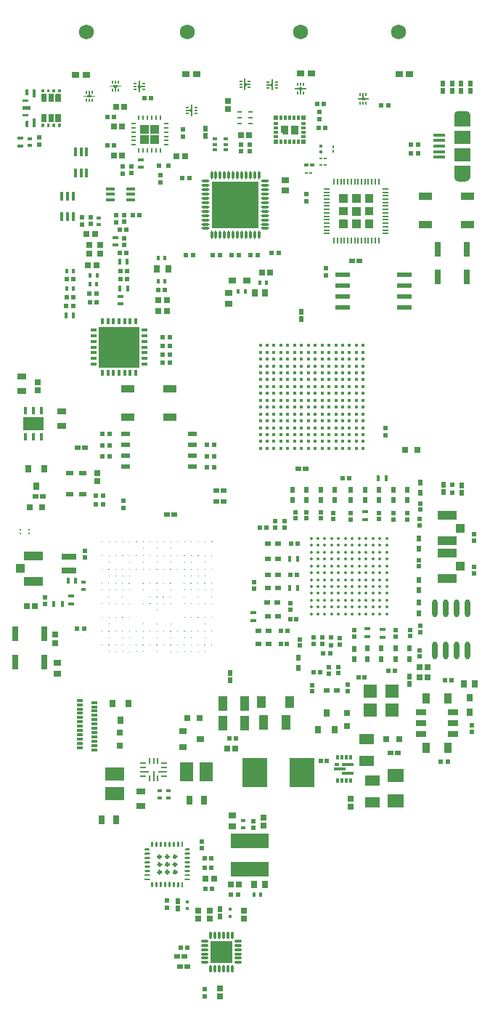
<source format=gtp>
G04*
G04 #@! TF.GenerationSoftware,Altium Limited,Altium Designer,24.9.1 (31)*
G04*
G04 Layer_Color=8421504*
%FSLAX44Y44*%
%MOMM*%
G71*
G04*
G04 #@! TF.SameCoordinates,418AA1D6-F79E-4CCF-963D-19B387831215*
G04*
G04*
G04 #@! TF.FilePolarity,Positive*
G04*
G01*
G75*
%ADD17C,0.3000*%
%ADD18C,0.1250*%
%ADD19R,0.8500X1.0000*%
%ADD20R,0.2500X0.6000*%
%ADD21R,1.0000X1.0000*%
%ADD22C,0.5000*%
%ADD23C,1.7300*%
%ADD24R,0.8500X0.6500*%
%ADD25R,0.1500X0.3300*%
%ADD26C,0.2702*%
%ADD27R,1.0500X0.6500*%
%ADD28R,0.5500X0.6000*%
%ADD29R,0.6750X0.4500*%
%ADD30R,0.5000X0.4000*%
%ADD31R,0.7000X0.3000*%
%ADD32R,0.5500X0.3000*%
%ADD33R,0.3000X0.5500*%
%ADD34R,0.5500X0.5500*%
%ADD35R,0.3300X0.1500*%
%ADD36R,0.3541X0.2627*%
%ADD37R,0.6000X0.5000*%
%ADD38R,0.7154X0.6725*%
%ADD39R,0.5200X0.5200*%
%ADD40R,0.4000X0.3500*%
%ADD41R,0.5200X0.5600*%
%ADD42R,0.6096X0.2540*%
%ADD43R,0.5000X0.3500*%
%ADD44R,0.6725X0.7154*%
%ADD45R,0.6200X0.6600*%
%ADD46R,0.5500X0.5500*%
%ADD47R,0.8000X0.8000*%
%ADD48R,0.6500X0.6000*%
%ADD49R,0.5541X0.4627*%
%ADD50R,0.2627X0.3541*%
%ADD51R,0.5725X0.6153*%
%ADD52R,0.5200X0.5200*%
%ADD53R,0.6500X0.3500*%
%ADD54R,0.4725X0.5153*%
%ADD55R,0.7600X0.7200*%
%ADD56R,0.2500X0.6000*%
%ADD57R,0.6000X0.2500*%
%ADD58R,4.5000X1.8000*%
%ADD59R,0.7000X0.9500*%
%ADD60R,0.6000X0.6500*%
%ADD61C,0.4000*%
%ADD62R,0.6500X0.7000*%
G04:AMPARAMS|DCode=63|XSize=0.85mm|YSize=0.3mm|CornerRadius=0.15mm|HoleSize=0mm|Usage=FLASHONLY|Rotation=270.000|XOffset=0mm|YOffset=0mm|HoleType=Round|Shape=RoundedRectangle|*
%AMROUNDEDRECTD63*
21,1,0.8500,0.0000,0,0,270.0*
21,1,0.5500,0.3000,0,0,270.0*
1,1,0.3000,0.0000,-0.2750*
1,1,0.3000,0.0000,0.2750*
1,1,0.3000,0.0000,0.2750*
1,1,0.3000,0.0000,-0.2750*
%
%ADD63ROUNDEDRECTD63*%
G04:AMPARAMS|DCode=64|XSize=0.3mm|YSize=0.85mm|CornerRadius=0.15mm|HoleSize=0mm|Usage=FLASHONLY|Rotation=270.000|XOffset=0mm|YOffset=0mm|HoleType=Round|Shape=RoundedRectangle|*
%AMROUNDEDRECTD64*
21,1,0.3000,0.5500,0,0,270.0*
21,1,0.0000,0.8500,0,0,270.0*
1,1,0.3000,-0.2750,0.0000*
1,1,0.3000,-0.2750,0.0000*
1,1,0.3000,0.2750,0.0000*
1,1,0.3000,0.2750,0.0000*
%
%ADD64ROUNDEDRECTD64*%
%ADD65R,2.6000X2.6000*%
%ADD66R,0.8000X0.9000*%
%ADD67R,0.8382X0.6096*%
%ADD68R,0.7581X0.8121*%
%ADD69R,0.4000X0.5000*%
%ADD70R,0.8121X0.7581*%
%ADD71R,0.6000X0.5500*%
%ADD72R,0.4500X0.4500*%
%ADD73R,0.5500X0.5000*%
%ADD74R,0.7000X0.6500*%
%ADD75R,1.5000X0.9000*%
G04:AMPARAMS|DCode=76|XSize=0.95mm|YSize=0.3mm|CornerRadius=0.15mm|HoleSize=0mm|Usage=FLASHONLY|Rotation=270.000|XOffset=0mm|YOffset=0mm|HoleType=Round|Shape=RoundedRectangle|*
%AMROUNDEDRECTD76*
21,1,0.9500,0.0000,0,0,270.0*
21,1,0.6500,0.3000,0,0,270.0*
1,1,0.3000,0.0000,-0.3250*
1,1,0.3000,0.0000,0.3250*
1,1,0.3000,0.0000,0.3250*
1,1,0.3000,0.0000,-0.3250*
%
%ADD76ROUNDEDRECTD76*%
G04:AMPARAMS|DCode=77|XSize=0.3mm|YSize=0.95mm|CornerRadius=0.15mm|HoleSize=0mm|Usage=FLASHONLY|Rotation=270.000|XOffset=0mm|YOffset=0mm|HoleType=Round|Shape=RoundedRectangle|*
%AMROUNDEDRECTD77*
21,1,0.3000,0.6500,0,0,270.0*
21,1,0.0000,0.9500,0,0,270.0*
1,1,0.3000,-0.3250,0.0000*
1,1,0.3000,-0.3250,0.0000*
1,1,0.3000,0.3250,0.0000*
1,1,0.3000,0.3250,0.0000*
%
%ADD77ROUNDEDRECTD77*%
%ADD78R,5.5000X5.5000*%
%ADD79R,0.9000X0.8000*%
G04:AMPARAMS|DCode=80|XSize=0.25mm|YSize=0.675mm|CornerRadius=0.05mm|HoleSize=0mm|Usage=FLASHONLY|Rotation=270.000|XOffset=0mm|YOffset=0mm|HoleType=Round|Shape=RoundedRectangle|*
%AMROUNDEDRECTD80*
21,1,0.2500,0.5750,0,0,270.0*
21,1,0.1500,0.6750,0,0,270.0*
1,1,0.1000,-0.2875,-0.0750*
1,1,0.1000,-0.2875,0.0750*
1,1,0.1000,0.2875,0.0750*
1,1,0.1000,0.2875,-0.0750*
%
%ADD80ROUNDEDRECTD80*%
G04:AMPARAMS|DCode=81|XSize=1.225mm|YSize=0.25mm|CornerRadius=0.05mm|HoleSize=0mm|Usage=FLASHONLY|Rotation=270.000|XOffset=0mm|YOffset=0mm|HoleType=Round|Shape=RoundedRectangle|*
%AMROUNDEDRECTD81*
21,1,1.2250,0.1500,0,0,270.0*
21,1,1.1250,0.2500,0,0,270.0*
1,1,0.1000,-0.0750,-0.5625*
1,1,0.1000,-0.0750,0.5625*
1,1,0.1000,0.0750,0.5625*
1,1,0.1000,0.0750,-0.5625*
%
%ADD81ROUNDEDRECTD81*%
G04:AMPARAMS|DCode=82|XSize=0.25mm|YSize=0.975mm|CornerRadius=0.05mm|HoleSize=0mm|Usage=FLASHONLY|Rotation=270.000|XOffset=0mm|YOffset=0mm|HoleType=Round|Shape=RoundedRectangle|*
%AMROUNDEDRECTD82*
21,1,0.2500,0.8750,0,0,270.0*
21,1,0.1500,0.9750,0,0,270.0*
1,1,0.1000,-0.4375,-0.0750*
1,1,0.1000,-0.4375,0.0750*
1,1,0.1000,0.4375,0.0750*
1,1,0.1000,0.4375,-0.0750*
%
%ADD82ROUNDEDRECTD82*%
G04:AMPARAMS|DCode=83|XSize=0.625mm|YSize=0.25mm|CornerRadius=0.05mm|HoleSize=0mm|Usage=FLASHONLY|Rotation=270.000|XOffset=0mm|YOffset=0mm|HoleType=Round|Shape=RoundedRectangle|*
%AMROUNDEDRECTD83*
21,1,0.6250,0.1500,0,0,270.0*
21,1,0.5250,0.2500,0,0,270.0*
1,1,0.1000,-0.0750,-0.2625*
1,1,0.1000,-0.0750,0.2625*
1,1,0.1000,0.0750,0.2625*
1,1,0.1000,0.0750,-0.2625*
%
%ADD83ROUNDEDRECTD83*%
%ADD84R,0.5153X0.4725*%
%ADD85R,0.9500X0.7000*%
%ADD86R,0.8000X0.9500*%
%ADD87R,0.4725X0.4682*%
%ADD88R,2.3062X1.5549*%
%ADD89R,3.0000X3.5000*%
%ADD90R,0.5811X0.5121*%
%ADD91R,0.2200X0.6500*%
%ADD92R,0.6500X0.2200*%
%ADD93R,0.5121X0.5811*%
%ADD94R,0.6750X0.6000*%
%ADD95R,0.5000X0.5500*%
%ADD96R,1.0500X0.5700*%
%ADD97R,0.5393X0.4725*%
%ADD98C,0.2500*%
%ADD99R,1.5549X2.3062*%
G04:AMPARAMS|DCode=100|XSize=1.61mm|YSize=0.58mm|CornerRadius=0.0725mm|HoleSize=0mm|Usage=FLASHONLY|Rotation=180.000|XOffset=0mm|YOffset=0mm|HoleType=Round|Shape=RoundedRectangle|*
%AMROUNDEDRECTD100*
21,1,1.6100,0.4350,0,0,180.0*
21,1,1.4650,0.5800,0,0,180.0*
1,1,0.1450,-0.7325,0.2175*
1,1,0.1450,0.7325,0.2175*
1,1,0.1450,0.7325,-0.2175*
1,1,0.1450,-0.7325,-0.2175*
%
%ADD100ROUNDEDRECTD100*%
%ADD101R,0.8500X1.2500*%
%ADD102R,1.2500X0.6500*%
%ADD103R,1.0500X1.0000*%
%ADD104R,2.2000X1.0500*%
%ADD105R,0.8000X0.8000*%
%ADD106R,2.4000X1.6500*%
%ADD107O,0.4000X0.9000*%
%ADD108R,1.1000X1.3500*%
%ADD109R,1.1046X1.7062*%
%ADD110R,1.9062X1.5046*%
%ADD111R,1.7062X1.1546*%
%ADD112R,0.6000X0.3500*%
%ADD113R,1.4000X0.3500*%
%ADD114R,0.3500X0.6000*%
%ADD115R,0.4500X1.0500*%
%ADD116R,1.3500X0.4000*%
%ADD117R,1.9000X1.5000*%
%ADD118R,0.7500X0.3000*%
%ADD119R,0.3000X0.7500*%
%ADD120R,4.8000X4.8000*%
%ADD121R,0.3500X0.6500*%
%ADD122R,0.6153X0.5725*%
%ADD123R,0.4682X0.4725*%
%ADD124C,0.3556*%
%ADD125R,0.6000X0.6750*%
%ADD126R,0.4500X0.6750*%
%ADD127R,1.5000X1.6000*%
%ADD128O,0.6000X2.0500*%
%ADD129R,0.5800X0.5400*%
%ADD130R,0.6500X1.0500*%
%ADD131R,1.8000X0.8000*%
%ADD132R,0.8000X1.7000*%
%ADD133R,1.0500X1.0000*%
%ADD134R,2.2000X1.0500*%
%ADD135R,0.4100X0.6600*%
%ADD136R,0.4725X0.5393*%
%ADD137R,1.0500X0.4500*%
G36*
X312600Y866250D02*
X312607Y866171D01*
X312647Y866018D01*
X312717Y865877D01*
X312816Y865753D01*
X312875Y865700D01*
X312936Y865650D01*
X313036Y865526D01*
X313107Y865383D01*
X313146Y865229D01*
X313150Y865150D01*
X313150Y861850D01*
X313147Y861771D01*
X313107Y861617D01*
X313036Y861475D01*
X312936Y861350D01*
X312875Y861300D01*
X312816Y861247D01*
X312717Y861123D01*
X312647Y860982D01*
X312607Y860829D01*
X312600Y860750D01*
X312600D01*
X312600Y857000D01*
X311100D01*
Y861000D01*
X311091Y861071D01*
X311052Y861209D01*
X310988Y861337D01*
X310901Y861450D01*
X310850Y861500D01*
X310850Y861500D01*
X309750Y862500D01*
X309678Y862575D01*
X309507Y862692D01*
X309310Y862758D01*
X309103Y862767D01*
X309000Y862750D01*
X309000D01*
Y862750D01*
X305350D01*
Y864250D01*
X309000Y864250D01*
X309103Y864233D01*
X309310Y864242D01*
X309507Y864308D01*
X309678Y864425D01*
X309750Y864500D01*
Y864500D01*
X310850Y865500D01*
X310901Y865550D01*
X310988Y865663D01*
X311052Y865791D01*
X311091Y865929D01*
X311100Y866000D01*
X311100D01*
X311100Y870000D01*
X312600D01*
X312600Y866250D01*
D02*
G37*
G36*
X280750Y866500D02*
X280759Y866429D01*
X280798Y866291D01*
X280862Y866163D01*
X280949Y866050D01*
X281000Y866000D01*
X282100Y865000D01*
X282172Y864925D01*
X282343Y864808D01*
X282540Y864742D01*
X282747Y864733D01*
X282850Y864750D01*
Y864750D01*
Y864750D01*
X286500D01*
Y863250D01*
X282850D01*
X282747Y863267D01*
X282540Y863258D01*
X282343Y863192D01*
X282172Y863075D01*
X282100Y863000D01*
X282100D01*
X281000Y862000D01*
X280949Y861950D01*
X280861Y861837D01*
X280798Y861709D01*
X280759Y861571D01*
X280750Y861500D01*
Y861500D01*
Y861500D01*
D01*
X280750Y857500D01*
X279250D01*
Y861250D01*
X279243Y861329D01*
X279203Y861482D01*
X279133Y861623D01*
X279034Y861747D01*
X278975Y861800D01*
X278914Y861850D01*
X278814Y861974D01*
X278743Y862117D01*
X278703Y862271D01*
X278700Y862350D01*
X278700Y862350D01*
X278700Y865650D01*
X278703Y865729D01*
X278743Y865883D01*
X278814Y866025D01*
X278914Y866150D01*
X278975Y866200D01*
X279034Y866253D01*
X279133Y866376D01*
X279203Y866518D01*
X279243Y866671D01*
X279250Y866750D01*
Y866750D01*
X279250Y870500D01*
X280750D01*
X280750Y866500D01*
D02*
G37*
G36*
X130729Y863297D02*
X130883Y863257D01*
X131025Y863186D01*
X131150Y863086D01*
X131200Y863025D01*
X131253Y862966D01*
X131376Y862867D01*
X131518Y862797D01*
X131671Y862757D01*
X131750Y862750D01*
X131750Y862750D01*
X135500Y862750D01*
Y861250D01*
X131500D01*
X131429Y861241D01*
X131291Y861202D01*
X131163Y861138D01*
X131050Y861051D01*
X131000Y861000D01*
Y861000D01*
X130000Y859900D01*
X129925Y859828D01*
X129808Y859657D01*
X129742Y859460D01*
X129733Y859253D01*
X129750Y859150D01*
X129750Y859150D01*
X129750D01*
Y855500D01*
X128250D01*
Y859150D01*
X128267Y859253D01*
X128258Y859460D01*
X128192Y859657D01*
X128075Y859828D01*
X128000Y859900D01*
X127000Y861000D01*
X126950Y861051D01*
X126837Y861138D01*
X126709Y861202D01*
X126571Y861241D01*
X126500Y861250D01*
X126500Y861250D01*
X122500Y861250D01*
Y862750D01*
X126250Y862750D01*
X126329Y862757D01*
X126482Y862797D01*
X126623Y862867D01*
X126747Y862966D01*
X126800Y863025D01*
X126850Y863086D01*
X126974Y863186D01*
X127117Y863257D01*
X127271Y863297D01*
X127350Y863300D01*
X127350D01*
X130650Y863300D01*
X130729Y863297D01*
D02*
G37*
G36*
X157600Y864000D02*
X157609Y863929D01*
X157648Y863791D01*
X157712Y863663D01*
X157799Y863550D01*
X157850Y863500D01*
X158950Y862500D01*
X159022Y862425D01*
X159193Y862308D01*
X159390Y862242D01*
X159597Y862233D01*
X159700Y862250D01*
Y862250D01*
Y862250D01*
X163350D01*
Y860750D01*
X159700D01*
X159597Y860767D01*
X159390Y860758D01*
X159193Y860692D01*
X159022Y860575D01*
X158950Y860500D01*
X158950D01*
X157850Y859500D01*
X157799Y859450D01*
X157711Y859337D01*
X157648Y859209D01*
X157609Y859071D01*
X157600Y859000D01*
Y859000D01*
Y859000D01*
D01*
X157600Y855000D01*
X156100D01*
Y858750D01*
X156093Y858829D01*
X156053Y858982D01*
X155983Y859123D01*
X155884Y859247D01*
X155825Y859300D01*
X155764Y859350D01*
X155664Y859474D01*
X155593Y859617D01*
X155554Y859771D01*
X155550Y859850D01*
X155550Y859850D01*
X155550Y863150D01*
X155553Y863229D01*
X155593Y863383D01*
X155664Y863525D01*
X155764Y863650D01*
X155825Y863700D01*
X155884Y863753D01*
X155983Y863876D01*
X156053Y864018D01*
X156093Y864171D01*
X156100Y864250D01*
Y864250D01*
X156100Y868000D01*
X157600D01*
X157600Y864000D01*
D02*
G37*
G36*
X346729Y860297D02*
X346883Y860257D01*
X347025Y860186D01*
X347150Y860086D01*
X347200Y860025D01*
X347253Y859966D01*
X347377Y859867D01*
X347518Y859797D01*
X347671Y859757D01*
X347750Y859750D01*
X347750Y859750D01*
X351500Y859750D01*
Y858250D01*
X347500D01*
X347429Y858241D01*
X347291Y858202D01*
X347163Y858138D01*
X347050Y858051D01*
X347000Y858000D01*
Y858000D01*
X346000Y856900D01*
X345925Y856828D01*
X345808Y856657D01*
X345742Y856460D01*
X345733Y856253D01*
X345750Y856150D01*
X345750Y856150D01*
X345750D01*
Y852500D01*
X344250D01*
Y856150D01*
X344267Y856253D01*
X344258Y856460D01*
X344192Y856657D01*
X344075Y856828D01*
X344000Y856900D01*
X343000Y858000D01*
X342950Y858051D01*
X342837Y858138D01*
X342709Y858202D01*
X342571Y858241D01*
X342500Y858250D01*
X342500Y858250D01*
X338500Y858250D01*
Y859750D01*
X342250Y859750D01*
X342329Y859757D01*
X342482Y859797D01*
X342623Y859867D01*
X342747Y859966D01*
X342800Y860025D01*
X342850Y860086D01*
X342975Y860186D01*
X343117Y860257D01*
X343271Y860296D01*
X343350Y860300D01*
X343350D01*
X346650Y860300D01*
X346729Y860297D01*
D02*
G37*
G36*
X65033Y858424D02*
X65174Y858283D01*
X65250Y858100D01*
Y858000D01*
Y855250D01*
Y855151D01*
X65174Y854967D01*
X65033Y854826D01*
X64850Y854750D01*
X62650D01*
X62467Y854826D01*
X62326Y854967D01*
X62250Y855151D01*
Y855250D01*
Y858000D01*
Y858100D01*
X62326Y858283D01*
X62467Y858424D01*
X62650Y858500D01*
X64850D01*
X65033Y858424D01*
D02*
G37*
G36*
X58533D02*
X58674Y858283D01*
X58750Y858100D01*
Y858000D01*
Y855250D01*
Y855151D01*
X58674Y854967D01*
X58533Y854826D01*
X58349Y854750D01*
X56150D01*
X55967Y854826D01*
X55826Y854967D01*
X55750Y855151D01*
Y855250D01*
Y858000D01*
Y858100D01*
X55826Y858283D01*
X55967Y858424D01*
X56150Y858500D01*
X58349D01*
X58533Y858424D01*
D02*
G37*
G36*
X52033D02*
X52174Y858283D01*
X52250Y858100D01*
Y858000D01*
Y855250D01*
Y855151D01*
X52174Y854967D01*
X52033Y854826D01*
X51849Y854750D01*
X49651D01*
X49467Y854826D01*
X49326Y854967D01*
X49250Y855151D01*
Y855250D01*
Y858000D01*
Y858100D01*
X49326Y858283D01*
X49467Y858424D01*
X49651Y858500D01*
X51849D01*
X52033Y858424D01*
D02*
G37*
G36*
X45533D02*
X45674Y858283D01*
X45750Y858100D01*
Y858000D01*
Y855250D01*
Y855151D01*
X45674Y854967D01*
X45533Y854826D01*
X45349Y854750D01*
X43151D01*
X42967Y854826D01*
X42826Y854967D01*
X42750Y855151D01*
Y855250D01*
Y858000D01*
Y858100D01*
X42826Y858283D01*
X42967Y858424D01*
X43151Y858500D01*
X45349D01*
X45533Y858424D01*
D02*
G37*
G36*
X27033D02*
X27174Y858283D01*
X27250Y858100D01*
Y858000D01*
Y852000D01*
Y851900D01*
X27174Y851717D01*
X27033Y851576D01*
X26850Y851500D01*
X24650D01*
X24467Y851576D01*
X24326Y851717D01*
X24250Y851900D01*
Y852000D01*
Y858000D01*
Y858100D01*
X24326Y858283D01*
X24467Y858424D01*
X24650Y858500D01*
X26850D01*
X27033Y858424D01*
D02*
G37*
G36*
X99250Y853000D02*
X99233Y852897D01*
X99242Y852690D01*
X99308Y852493D01*
X99425Y852322D01*
X99500Y852250D01*
X99500Y852250D01*
X100500Y851150D01*
X100550Y851099D01*
X100663Y851012D01*
X100791Y850947D01*
X100929Y850909D01*
X101000Y850900D01*
X105000Y850900D01*
Y849400D01*
X101250D01*
X101171Y849393D01*
X101018Y849353D01*
X100877Y849283D01*
X100753Y849184D01*
X100700Y849125D01*
X100650Y849064D01*
X100526Y848964D01*
X100383Y848893D01*
X100229Y848854D01*
X100150Y848850D01*
Y848850D01*
X96850Y848850D01*
X96771Y848853D01*
X96617Y848893D01*
X96475Y848964D01*
X96350Y849064D01*
X96300Y849125D01*
X96300Y849125D01*
X96247Y849184D01*
X96124Y849283D01*
X95982Y849353D01*
X95829Y849393D01*
X95750Y849400D01*
X92000Y849400D01*
Y850900D01*
X96000Y850900D01*
X96071Y850909D01*
X96209Y850948D01*
X96337Y851012D01*
X96450Y851099D01*
X96500Y851150D01*
X96500D01*
X97500Y852250D01*
X97575Y852322D01*
X97692Y852493D01*
X97758Y852690D01*
X97767Y852897D01*
X97750Y853000D01*
X97750D01*
Y856650D01*
X99250D01*
X99250Y853000D01*
D02*
G37*
G36*
X36033Y858424D02*
X36174Y858283D01*
X36250Y858100D01*
Y858000D01*
Y849000D01*
Y848901D01*
X36174Y848717D01*
X36033Y848576D01*
X35849Y848500D01*
X32650D01*
X32467Y848576D01*
X32326Y848717D01*
X32250Y848901D01*
Y849000D01*
Y858000D01*
Y858100D01*
X32326Y858283D01*
X32467Y858424D01*
X32650Y858500D01*
X35849D01*
X36033Y858424D01*
D02*
G37*
G36*
X418750Y849881D02*
X418733Y849779D01*
X418742Y849571D01*
X418808Y849374D01*
X418925Y849203D01*
X419000Y849131D01*
X419000Y849131D01*
X420000Y848031D01*
X420050Y847980D01*
X420163Y847893D01*
X420291Y847829D01*
X420429Y847790D01*
X420500Y847781D01*
X424500Y847781D01*
Y846281D01*
X420750D01*
X420671Y846274D01*
X420518Y846235D01*
X420377Y846164D01*
X420253Y846065D01*
X420200Y846006D01*
X420150Y845945D01*
X420025Y845846D01*
X419883Y845775D01*
X419729Y845735D01*
X419650Y845731D01*
Y845731D01*
X416350Y845731D01*
X416271Y845735D01*
X416117Y845774D01*
X415975Y845846D01*
X415850Y845945D01*
X415800Y846006D01*
X415800Y846006D01*
X415747Y846065D01*
X415624Y846164D01*
X415482Y846235D01*
X415329Y846274D01*
X415250Y846281D01*
X411500Y846281D01*
Y847781D01*
X415500Y847781D01*
X415571Y847790D01*
X415709Y847829D01*
X415837Y847893D01*
X415950Y847980D01*
X416000Y848031D01*
X416000D01*
X417000Y849131D01*
X417075Y849203D01*
X417192Y849374D01*
X417258Y849571D01*
X417267Y849779D01*
X417250Y849881D01*
X417250D01*
Y853531D01*
X418750D01*
X418750Y849881D01*
D02*
G37*
G36*
X64933Y852674D02*
X65074Y852533D01*
X65150Y852349D01*
Y852250D01*
Y844050D01*
Y843951D01*
X65074Y843767D01*
X64933Y843626D01*
X64749Y843550D01*
X59450D01*
X59267Y843626D01*
X59126Y843767D01*
X59050Y843951D01*
Y844050D01*
Y852250D01*
Y852349D01*
X59126Y852533D01*
X59267Y852674D01*
X59450Y852750D01*
X64749D01*
X64933Y852674D01*
D02*
G37*
G36*
X56833D02*
X56974Y852533D01*
X57050Y852349D01*
Y852250D01*
Y844050D01*
Y843951D01*
X56974Y843767D01*
X56833Y843626D01*
X56649Y843550D01*
X51350D01*
X51167Y843626D01*
X51026Y843767D01*
X50950Y843951D01*
Y844050D01*
X50950D01*
X50950Y852250D01*
Y852349D01*
X51026Y852533D01*
X51167Y852674D01*
X51350Y852750D01*
X56649D01*
X56833Y852674D01*
D02*
G37*
G36*
X48733D02*
X48874Y852533D01*
X48950Y852349D01*
Y852250D01*
Y844050D01*
Y843951D01*
X48874Y843767D01*
X48733Y843626D01*
X48549Y843550D01*
X43250D01*
X43067Y843626D01*
X42926Y843767D01*
X42850Y843951D01*
Y844050D01*
Y852250D01*
Y852349D01*
X42926Y852533D01*
X43067Y852674D01*
X43250Y852750D01*
X48549D01*
X48733Y852674D01*
D02*
G37*
G36*
X27033Y846424D02*
X27174Y846283D01*
X27250Y846099D01*
Y846000D01*
Y844000D01*
Y843901D01*
X27174Y843717D01*
X27033Y843576D01*
X26850Y843500D01*
X20650D01*
X20467Y843576D01*
X20326Y843717D01*
X20250Y843901D01*
Y844000D01*
Y846000D01*
Y846099D01*
X20326Y846283D01*
X20467Y846424D01*
X20650Y846500D01*
X26850D01*
X27033Y846424D01*
D02*
G37*
G36*
X30033Y838424D02*
X30174Y838283D01*
X30250Y838099D01*
Y838000D01*
Y835000D01*
Y834901D01*
X30174Y834717D01*
X30033Y834576D01*
X29849Y834500D01*
X20650D01*
X20467Y834576D01*
X20326Y834717D01*
X20250Y834901D01*
Y835000D01*
Y838000D01*
Y838099D01*
X20326Y838283D01*
X20467Y838424D01*
X20650Y838500D01*
X29849D01*
X30033Y838424D01*
D02*
G37*
G36*
X218600Y836250D02*
X218607Y836171D01*
X218647Y836018D01*
X218717Y835877D01*
X218816Y835753D01*
X218875Y835700D01*
X218936Y835650D01*
X219036Y835526D01*
X219107Y835383D01*
X219146Y835229D01*
X219150Y835150D01*
X219150Y831850D01*
X219147Y831771D01*
X219107Y831617D01*
X219036Y831475D01*
X218936Y831350D01*
X218875Y831300D01*
X218816Y831247D01*
X218717Y831124D01*
X218647Y830982D01*
X218607Y830829D01*
X218600Y830750D01*
X218600D01*
X218600Y827000D01*
X217100D01*
Y831000D01*
X217091Y831071D01*
X217052Y831209D01*
X216988Y831337D01*
X216901Y831450D01*
X216850Y831500D01*
X216850Y831500D01*
X215750Y832500D01*
X215678Y832575D01*
X215507Y832692D01*
X215310Y832758D01*
X215103Y832767D01*
X215000Y832750D01*
X215000D01*
Y832750D01*
X211350D01*
Y834250D01*
X215000Y834250D01*
X215103Y834233D01*
X215310Y834242D01*
X215507Y834308D01*
X215678Y834425D01*
X215750Y834500D01*
Y834500D01*
X216850Y835500D01*
X216901Y835550D01*
X216988Y835663D01*
X217052Y835791D01*
X217091Y835929D01*
X217100Y836000D01*
X217100D01*
X217100Y840000D01*
X218600D01*
X218600Y836250D01*
D02*
G37*
G36*
X538000Y828000D02*
X529000D01*
Y833000D01*
X538000Y833000D01*
Y828000D01*
D02*
G37*
G36*
X27033Y829424D02*
X27174Y829283D01*
X27250Y829099D01*
Y829000D01*
Y827000D01*
Y826900D01*
X27174Y826717D01*
X27033Y826576D01*
X26850Y826500D01*
X20650D01*
X20467Y826576D01*
X20326Y826717D01*
X20250Y826900D01*
Y827000D01*
Y829000D01*
Y829099D01*
X20326Y829283D01*
X20467Y829424D01*
X20650Y829500D01*
X26850D01*
X27033Y829424D01*
D02*
G37*
G36*
X64933Y829374D02*
X65074Y829233D01*
X65150Y829049D01*
Y828950D01*
Y820750D01*
Y820650D01*
X65074Y820467D01*
X64933Y820326D01*
X64749Y820250D01*
X59450D01*
X59267Y820326D01*
X59126Y820467D01*
X59050Y820650D01*
Y820750D01*
Y828950D01*
Y829049D01*
X59126Y829233D01*
X59267Y829374D01*
X59450Y829450D01*
X64749D01*
X64933Y829374D01*
D02*
G37*
G36*
X56833D02*
X56974Y829233D01*
X57050Y829049D01*
Y828950D01*
Y820750D01*
Y820650D01*
X56974Y820467D01*
X56833Y820326D01*
X56649Y820250D01*
X51350D01*
X51167Y820326D01*
X51026Y820467D01*
X50950Y820650D01*
Y820750D01*
X50950D01*
X50950Y828950D01*
Y829049D01*
X51026Y829233D01*
X51167Y829374D01*
X51350Y829450D01*
X56649D01*
X56833Y829374D01*
D02*
G37*
G36*
X48733D02*
X48874Y829233D01*
X48950Y829049D01*
Y828950D01*
Y820750D01*
Y820650D01*
X48874Y820467D01*
X48733Y820326D01*
X48549Y820250D01*
X43250D01*
X43067Y820326D01*
X42926Y820467D01*
X42850Y820650D01*
Y820750D01*
Y828950D01*
Y829049D01*
X42926Y829233D01*
X43067Y829374D01*
X43250Y829450D01*
X48549D01*
X48733Y829374D01*
D02*
G37*
G36*
X543000Y815000D02*
X524000D01*
Y828000D01*
X543000D01*
Y815000D01*
D02*
G37*
G36*
X65033Y818174D02*
X65174Y818033D01*
X65250Y817849D01*
Y817750D01*
Y815000D01*
Y814901D01*
X65174Y814717D01*
X65033Y814576D01*
X64850Y814500D01*
X62650D01*
X62467Y814576D01*
X62326Y814717D01*
X62250Y814901D01*
Y815000D01*
Y817750D01*
Y817849D01*
X62326Y818033D01*
X62467Y818174D01*
X62650Y818250D01*
X64850D01*
X65033Y818174D01*
D02*
G37*
G36*
X58533D02*
X58674Y818033D01*
X58750Y817849D01*
Y817750D01*
Y815000D01*
Y814901D01*
X58674Y814717D01*
X58533Y814576D01*
X58349Y814500D01*
X56150D01*
X55967Y814576D01*
X55826Y814717D01*
X55750Y814901D01*
Y815000D01*
Y817750D01*
Y817849D01*
X55826Y818033D01*
X55967Y818174D01*
X56150Y818250D01*
X58349D01*
X58533Y818174D01*
D02*
G37*
G36*
X52033D02*
X52174Y818033D01*
X52250Y817849D01*
Y817750D01*
Y815000D01*
Y814901D01*
X52174Y814717D01*
X52033Y814576D01*
X51849Y814500D01*
X49651D01*
X49467Y814576D01*
X49326Y814717D01*
X49250Y814901D01*
Y815000D01*
Y817750D01*
Y817849D01*
X49326Y818033D01*
X49467Y818174D01*
X49651Y818250D01*
X51849D01*
X52033Y818174D01*
D02*
G37*
G36*
X45533D02*
X45674Y818033D01*
X45750Y817849D01*
Y817750D01*
Y815000D01*
Y814901D01*
X45674Y814717D01*
X45533Y814576D01*
X45349Y814500D01*
X43151D01*
X42967Y814576D01*
X42826Y814717D01*
X42750Y814901D01*
Y815000D01*
Y817750D01*
Y817849D01*
X42826Y818033D01*
X42967Y818174D01*
X43151Y818250D01*
X45349D01*
X45533Y818174D01*
D02*
G37*
G36*
X36033Y824424D02*
X36174Y824283D01*
X36250Y824099D01*
Y824000D01*
Y815000D01*
Y814901D01*
X36174Y814717D01*
X36033Y814576D01*
X35849Y814500D01*
X32650D01*
X32467Y814576D01*
X32326Y814717D01*
X32250Y814901D01*
Y815000D01*
Y824000D01*
Y824099D01*
X32326Y824283D01*
X32467Y824424D01*
X32650Y824500D01*
X35849D01*
X36033Y824424D01*
D02*
G37*
G36*
X27033Y821424D02*
X27174Y821283D01*
X27250Y821099D01*
Y821000D01*
Y815000D01*
Y814901D01*
X27174Y814717D01*
X27033Y814576D01*
X26850Y814500D01*
X24650D01*
X24467Y814576D01*
X24326Y814717D01*
X24250Y814901D01*
Y815000D01*
Y821000D01*
Y821099D01*
X24326Y821283D01*
X24467Y821424D01*
X24650Y821500D01*
X26850D01*
X27033Y821424D01*
D02*
G37*
G36*
X330500Y806000D02*
X325000D01*
X322000Y809000D01*
Y816000D01*
X330500D01*
Y806000D01*
D02*
G37*
G36*
X543000Y756000D02*
X524000D01*
Y769000D01*
X543000D01*
Y756000D01*
D02*
G37*
G36*
X538000Y751000D02*
X529000Y751000D01*
Y756000D01*
X538000D01*
Y751000D01*
D02*
G37*
G36*
X430000Y726270D02*
X420000D01*
Y736270D01*
X430000D01*
Y726270D01*
D02*
G37*
G36*
X415000D02*
X405000D01*
Y736270D01*
X415000D01*
Y726270D01*
D02*
G37*
G36*
X400000D02*
X390000D01*
Y736270D01*
X400000D01*
Y726270D01*
D02*
G37*
G36*
X430000Y711270D02*
X420000D01*
Y721270D01*
X430000D01*
Y711270D01*
D02*
G37*
G36*
X400000D02*
X390000D01*
Y721270D01*
X400000D01*
Y711270D01*
D02*
G37*
G36*
X430000Y696270D02*
X420000D01*
Y706270D01*
X430000D01*
Y696270D01*
D02*
G37*
G36*
X415000D02*
X405000D01*
Y706270D01*
X415000D01*
Y696270D01*
D02*
G37*
G36*
X400000D02*
X390000D01*
Y706270D01*
X400000D01*
Y696270D01*
D02*
G37*
G36*
X207608Y-18440D02*
X207960Y-18792D01*
X208150Y-19251D01*
Y-19500D01*
Y-23200D01*
Y-23449D01*
X207960Y-23908D01*
X207608Y-24260D01*
X207149Y-24450D01*
X206851D01*
X206392Y-24260D01*
X206040Y-23908D01*
X205850Y-23449D01*
Y-23200D01*
X205850D01*
X205850Y-19500D01*
Y-19251D01*
X206040Y-18792D01*
X206392Y-18440D01*
X206851Y-18250D01*
X207149D01*
X207608Y-18440D01*
D02*
G37*
G36*
X202608D02*
X202960Y-18792D01*
X203150Y-19251D01*
Y-19500D01*
Y-23200D01*
Y-23449D01*
X202960Y-23908D01*
X202608Y-24260D01*
X202149Y-24450D01*
X201851D01*
X201392Y-24260D01*
X201040Y-23908D01*
X200850Y-23449D01*
Y-23200D01*
Y-19500D01*
Y-19251D01*
X201040Y-18792D01*
X201392Y-18440D01*
X201851Y-18250D01*
X202149D01*
X202608Y-18440D01*
D02*
G37*
G36*
X197608D02*
X197960Y-18792D01*
X198150Y-19251D01*
Y-19500D01*
X198150D01*
X198150Y-23200D01*
Y-23449D01*
X197960Y-23908D01*
X197608Y-24260D01*
X197149Y-24450D01*
X196851D01*
X196392Y-24260D01*
X196040Y-23908D01*
X195850Y-23449D01*
Y-23200D01*
Y-19500D01*
Y-19251D01*
X196040Y-18792D01*
X196392Y-18440D01*
X196851Y-18250D01*
X197149D01*
X197608Y-18440D01*
D02*
G37*
G36*
X192608D02*
X192960Y-18792D01*
X193150Y-19251D01*
Y-19500D01*
Y-23200D01*
Y-23449D01*
X192960Y-23908D01*
X192608Y-24260D01*
X192149Y-24450D01*
X191851D01*
X191392Y-24260D01*
X191040Y-23908D01*
X190850Y-23449D01*
Y-23200D01*
X190850D01*
X190850Y-19500D01*
Y-19251D01*
X191040Y-18792D01*
X191392Y-18440D01*
X191851Y-18250D01*
X192149D01*
X192608Y-18440D01*
D02*
G37*
G36*
X187608D02*
X187960Y-18792D01*
X188150Y-19251D01*
Y-19500D01*
X188150D01*
X188150Y-23200D01*
Y-23449D01*
X187960Y-23908D01*
X187608Y-24260D01*
X187149Y-24450D01*
X186851D01*
X186392Y-24260D01*
X186040Y-23908D01*
X185850Y-23449D01*
Y-23200D01*
Y-19500D01*
Y-19251D01*
X186040Y-18792D01*
X186392Y-18440D01*
X186851Y-18250D01*
X187149D01*
X187608Y-18440D01*
D02*
G37*
G36*
X182608D02*
X182960Y-18792D01*
X183150Y-19251D01*
Y-19500D01*
Y-23200D01*
Y-23449D01*
X182960Y-23908D01*
X182608Y-24260D01*
X182149Y-24450D01*
X181851D01*
X181392Y-24260D01*
X181040Y-23908D01*
X180850Y-23449D01*
Y-23200D01*
X180850D01*
X180850Y-19500D01*
Y-19251D01*
X181040Y-18792D01*
X181392Y-18440D01*
X181851Y-18250D01*
X182149D01*
X182608Y-18440D01*
D02*
G37*
G36*
X177608D02*
X177960Y-18792D01*
X178150Y-19251D01*
Y-19500D01*
Y-23200D01*
Y-23449D01*
X177960Y-23908D01*
X177608Y-24260D01*
X177149Y-24450D01*
X176851D01*
X176392Y-24260D01*
X176040Y-23908D01*
X175850Y-23449D01*
Y-23200D01*
Y-19500D01*
Y-19251D01*
X176040Y-18792D01*
X176392Y-18440D01*
X176851Y-18250D01*
X177149D01*
X177608Y-18440D01*
D02*
G37*
G36*
X172608D02*
X172960Y-18792D01*
X173150Y-19251D01*
Y-19500D01*
X173150D01*
X173150Y-23200D01*
Y-23449D01*
X172960Y-23908D01*
X172608Y-24260D01*
X172149Y-24450D01*
X171851D01*
X171392Y-24260D01*
X171040Y-23908D01*
X170850Y-23449D01*
Y-23200D01*
Y-19500D01*
Y-19251D01*
X171040Y-18792D01*
X171392Y-18440D01*
X171851Y-18250D01*
X172149D01*
X172608Y-18440D01*
D02*
G37*
G36*
X215408Y-26240D02*
X215760Y-26592D01*
X215950Y-27051D01*
Y-27300D01*
Y-27349D01*
X215760Y-27808D01*
X215408Y-28160D01*
X214949Y-28350D01*
X214700D01*
Y-28350D01*
X211000Y-28350D01*
X210751D01*
X210292Y-28160D01*
X209940Y-27808D01*
X209750Y-27349D01*
Y-27300D01*
Y-27100D01*
Y-27051D01*
X209940Y-26592D01*
X210292Y-26240D01*
X210751Y-26050D01*
X214949D01*
X215408Y-26240D01*
D02*
G37*
G36*
X168708D02*
X169060Y-26592D01*
X169250Y-27051D01*
Y-27300D01*
Y-27349D01*
X169060Y-27808D01*
X168708Y-28160D01*
X168249Y-28350D01*
X168000D01*
Y-28350D01*
X164300Y-28350D01*
X164051D01*
X163592Y-28160D01*
X163240Y-27808D01*
X163050Y-27349D01*
Y-27300D01*
Y-27100D01*
Y-27051D01*
X163240Y-26592D01*
X163592Y-26240D01*
X164051Y-26050D01*
X168249D01*
X168708Y-26240D01*
D02*
G37*
G36*
X215408Y-31240D02*
X215760Y-31592D01*
X215950Y-32051D01*
Y-32300D01*
Y-32349D01*
X215760Y-32808D01*
X215408Y-33160D01*
X214949Y-33350D01*
X210751D01*
X210292Y-33160D01*
X209940Y-32808D01*
X209750Y-32349D01*
Y-32300D01*
Y-32100D01*
Y-32051D01*
X209940Y-31592D01*
X210292Y-31240D01*
X210751Y-31050D01*
X214949D01*
X215408Y-31240D01*
D02*
G37*
G36*
X168708D02*
X169060Y-31592D01*
X169250Y-32051D01*
Y-32300D01*
Y-32349D01*
X169060Y-32808D01*
X168708Y-33160D01*
X168249Y-33350D01*
X164051D01*
X163592Y-33160D01*
X163240Y-32808D01*
X163050Y-32349D01*
Y-32300D01*
Y-32100D01*
Y-32051D01*
X163240Y-31592D01*
X163592Y-31240D01*
X164051Y-31050D01*
X168249D01*
X168708Y-31240D01*
D02*
G37*
G36*
X215408Y-36240D02*
X215760Y-36592D01*
X215950Y-37051D01*
Y-37300D01*
Y-37349D01*
X215760Y-37808D01*
X215408Y-38160D01*
X214949Y-38350D01*
X210751D01*
X210292Y-38160D01*
X209940Y-37808D01*
X209750Y-37349D01*
Y-37300D01*
Y-37100D01*
Y-37051D01*
X209940Y-36592D01*
X210292Y-36240D01*
X210751Y-36050D01*
X211000D01*
Y-36050D01*
X214700Y-36050D01*
X214949D01*
X215408Y-36240D01*
D02*
G37*
G36*
X168708D02*
X169060Y-36592D01*
X169250Y-37051D01*
Y-37300D01*
Y-37349D01*
X169060Y-37808D01*
X168708Y-38160D01*
X168249Y-38350D01*
X164051D01*
X163592Y-38160D01*
X163240Y-37808D01*
X163050Y-37349D01*
Y-37300D01*
Y-37100D01*
Y-37051D01*
X163240Y-36592D01*
X163592Y-36240D01*
X164051Y-36050D01*
X164300D01*
Y-36050D01*
X168000Y-36050D01*
X168249D01*
X168708Y-36240D01*
D02*
G37*
G36*
X215408Y-41240D02*
X215760Y-41592D01*
X215950Y-42051D01*
Y-42300D01*
Y-42349D01*
X215760Y-42808D01*
X215408Y-43160D01*
X214949Y-43350D01*
X214700D01*
Y-43350D01*
X211000Y-43350D01*
X210751D01*
X210292Y-43160D01*
X209940Y-42808D01*
X209750Y-42349D01*
Y-42300D01*
Y-42100D01*
Y-42051D01*
X209940Y-41592D01*
X210292Y-41240D01*
X210751Y-41050D01*
X214949D01*
X215408Y-41240D01*
D02*
G37*
G36*
X168708D02*
X169060Y-41592D01*
X169250Y-42051D01*
Y-42300D01*
Y-42349D01*
X169060Y-42808D01*
X168708Y-43160D01*
X168249Y-43350D01*
X168000D01*
Y-43350D01*
X164300Y-43350D01*
X164051D01*
X163592Y-43160D01*
X163240Y-42808D01*
X163050Y-42349D01*
Y-42300D01*
Y-42100D01*
Y-42051D01*
X163240Y-41592D01*
X163592Y-41240D01*
X164051Y-41050D01*
X168249D01*
X168708Y-41240D01*
D02*
G37*
G36*
X215408Y-46240D02*
X215760Y-46592D01*
X215950Y-47051D01*
Y-47300D01*
Y-47349D01*
X215760Y-47808D01*
X215408Y-48160D01*
X214949Y-48350D01*
X210751D01*
X210292Y-48160D01*
X209940Y-47808D01*
X209750Y-47349D01*
Y-47300D01*
Y-47100D01*
Y-47051D01*
X209940Y-46592D01*
X210292Y-46240D01*
X210751Y-46050D01*
X211000D01*
Y-46050D01*
X214700Y-46050D01*
X214949D01*
X215408Y-46240D01*
D02*
G37*
G36*
X168708D02*
X169060Y-46592D01*
X169250Y-47051D01*
Y-47300D01*
Y-47349D01*
X169060Y-47808D01*
X168708Y-48160D01*
X168249Y-48350D01*
X164051D01*
X163592Y-48160D01*
X163240Y-47808D01*
X163050Y-47349D01*
Y-47300D01*
Y-47100D01*
Y-47051D01*
X163240Y-46592D01*
X163592Y-46240D01*
X164051Y-46050D01*
X164300D01*
Y-46050D01*
X168000Y-46050D01*
X168249D01*
X168708Y-46240D01*
D02*
G37*
G36*
X215408Y-51240D02*
X215760Y-51592D01*
X215950Y-52051D01*
Y-52300D01*
Y-52349D01*
X215760Y-52808D01*
X215408Y-53160D01*
X214949Y-53350D01*
X214700D01*
Y-53350D01*
X211000Y-53350D01*
X210751D01*
X210292Y-53160D01*
X209940Y-52808D01*
X209750Y-52349D01*
Y-52300D01*
Y-52100D01*
Y-52051D01*
X209940Y-51592D01*
X210292Y-51240D01*
X210751Y-51050D01*
X214949D01*
X215408Y-51240D01*
D02*
G37*
G36*
X168708D02*
X169060Y-51592D01*
X169250Y-52051D01*
Y-52300D01*
Y-52349D01*
X169060Y-52808D01*
X168708Y-53160D01*
X168249Y-53350D01*
X168000D01*
Y-53350D01*
X164300Y-53350D01*
X164051D01*
X163592Y-53160D01*
X163240Y-52808D01*
X163050Y-52349D01*
Y-52300D01*
Y-52100D01*
Y-52051D01*
X163240Y-51592D01*
X163592Y-51240D01*
X164051Y-51050D01*
X168249D01*
X168708Y-51240D01*
D02*
G37*
G36*
X215408Y-56240D02*
X215760Y-56592D01*
X215950Y-57051D01*
Y-57300D01*
Y-57349D01*
X215760Y-57808D01*
X215408Y-58160D01*
X214949Y-58350D01*
X210751D01*
X210292Y-58160D01*
X209940Y-57808D01*
X209750Y-57349D01*
Y-57300D01*
Y-57100D01*
Y-57051D01*
X209940Y-56592D01*
X210292Y-56240D01*
X210751Y-56050D01*
X214949D01*
X215408Y-56240D01*
D02*
G37*
G36*
X168708D02*
X169060Y-56592D01*
X169250Y-57051D01*
Y-57300D01*
Y-57349D01*
X169060Y-57808D01*
X168708Y-58160D01*
X168249Y-58350D01*
X164051D01*
X163592Y-58160D01*
X163240Y-57808D01*
X163050Y-57349D01*
Y-57300D01*
Y-57100D01*
Y-57051D01*
X163240Y-56592D01*
X163592Y-56240D01*
X164051Y-56050D01*
X168249D01*
X168708Y-56240D01*
D02*
G37*
G36*
X215408Y-61240D02*
X215760Y-61592D01*
X215950Y-62051D01*
Y-62300D01*
Y-62349D01*
X215760Y-62808D01*
X215408Y-63160D01*
X214949Y-63350D01*
X210751D01*
X210292Y-63160D01*
X209940Y-62808D01*
X209750Y-62349D01*
Y-62300D01*
Y-62100D01*
Y-62051D01*
X209940Y-61592D01*
X210292Y-61240D01*
X210751Y-61050D01*
X211000D01*
Y-61050D01*
X214700Y-61050D01*
X214949D01*
X215408Y-61240D01*
D02*
G37*
G36*
X168708D02*
X169060Y-61592D01*
X169250Y-62051D01*
Y-62300D01*
Y-62349D01*
X169060Y-62808D01*
X168708Y-63160D01*
X168249Y-63350D01*
X164051D01*
X163592Y-63160D01*
X163240Y-62808D01*
X163050Y-62349D01*
Y-62300D01*
Y-62100D01*
Y-62051D01*
X163240Y-61592D01*
X163592Y-61240D01*
X164051Y-61050D01*
X164300D01*
Y-61050D01*
X168000Y-61050D01*
X168249D01*
X168708Y-61240D01*
D02*
G37*
G36*
X207608Y-65140D02*
X207960Y-65492D01*
X208150Y-65951D01*
Y-66200D01*
Y-69900D01*
Y-70149D01*
X207960Y-70608D01*
X207608Y-70960D01*
X207149Y-71150D01*
X206851D01*
X206392Y-70960D01*
X206040Y-70608D01*
X205850Y-70149D01*
Y-69900D01*
X205850D01*
X205850Y-66200D01*
Y-65951D01*
X206040Y-65492D01*
X206392Y-65140D01*
X206851Y-64950D01*
X207149D01*
X207608Y-65140D01*
D02*
G37*
G36*
X202608D02*
X202960Y-65492D01*
X203150Y-65951D01*
Y-66200D01*
Y-69900D01*
Y-70149D01*
X202960Y-70608D01*
X202608Y-70960D01*
X202149Y-71150D01*
X201851D01*
X201392Y-70960D01*
X201040Y-70608D01*
X200850Y-70149D01*
Y-69900D01*
Y-66200D01*
Y-65951D01*
X201040Y-65492D01*
X201392Y-65140D01*
X201851Y-64950D01*
X202149D01*
X202608Y-65140D01*
D02*
G37*
G36*
X197608D02*
X197960Y-65492D01*
X198150Y-65951D01*
Y-66200D01*
X198150D01*
X198150Y-69900D01*
Y-70149D01*
X197960Y-70608D01*
X197608Y-70960D01*
X197149Y-71150D01*
X196851D01*
X196392Y-70960D01*
X196040Y-70608D01*
X195850Y-70149D01*
Y-69900D01*
Y-66200D01*
Y-65951D01*
X196040Y-65492D01*
X196392Y-65140D01*
X196851Y-64950D01*
X197149D01*
X197608Y-65140D01*
D02*
G37*
G36*
X192608D02*
X192960Y-65492D01*
X193150Y-65951D01*
Y-66200D01*
Y-69900D01*
Y-70149D01*
X192960Y-70608D01*
X192608Y-70960D01*
X192149Y-71150D01*
X191851D01*
X191392Y-70960D01*
X191040Y-70608D01*
X190850Y-70149D01*
Y-69900D01*
X190850D01*
X190850Y-66200D01*
Y-65951D01*
X191040Y-65492D01*
X191392Y-65140D01*
X191851Y-64950D01*
X192149D01*
X192608Y-65140D01*
D02*
G37*
G36*
X187608D02*
X187960Y-65492D01*
X188150Y-65951D01*
Y-66200D01*
X188150D01*
X188150Y-69900D01*
Y-70149D01*
X187960Y-70608D01*
X187608Y-70960D01*
X187149Y-71150D01*
X186851D01*
X186392Y-70960D01*
X186040Y-70608D01*
X185850Y-70149D01*
Y-69900D01*
Y-66200D01*
Y-65951D01*
X186040Y-65492D01*
X186392Y-65140D01*
X186851Y-64950D01*
X187149D01*
X187608Y-65140D01*
D02*
G37*
G36*
X182608D02*
X182960Y-65492D01*
X183150Y-65951D01*
Y-66200D01*
Y-69900D01*
Y-70149D01*
X182960Y-70608D01*
X182608Y-70960D01*
X182149Y-71150D01*
X181851D01*
X181392Y-70960D01*
X181040Y-70608D01*
X180850Y-70149D01*
Y-69900D01*
X180850D01*
X180850Y-66200D01*
Y-65951D01*
X181040Y-65492D01*
X181392Y-65140D01*
X181851Y-64950D01*
X182149D01*
X182608Y-65140D01*
D02*
G37*
G36*
X177608D02*
X177960Y-65492D01*
X178150Y-65951D01*
Y-66200D01*
Y-69900D01*
Y-70149D01*
X177960Y-70608D01*
X177608Y-70960D01*
X177149Y-71150D01*
X176851D01*
X176392Y-70960D01*
X176040Y-70608D01*
X175850Y-70149D01*
Y-69900D01*
Y-66200D01*
Y-65951D01*
X176040Y-65492D01*
X176392Y-65140D01*
X176851Y-64950D01*
X177149D01*
X177608Y-65140D01*
D02*
G37*
G36*
X172608D02*
X172960Y-65492D01*
X173150Y-65951D01*
Y-66200D01*
X173150D01*
X173150Y-69900D01*
Y-70149D01*
X172960Y-70608D01*
X172608Y-70960D01*
X172149Y-71150D01*
X171851D01*
X171392Y-70960D01*
X171040Y-70608D01*
X170850Y-70149D01*
Y-69900D01*
Y-66200D01*
Y-65951D01*
X171040Y-65492D01*
X171392Y-65140D01*
X171851Y-64950D01*
X172149D01*
X172608Y-65140D01*
D02*
G37*
D17*
X191000Y-53700D02*
G03*
X191000Y-53700I-1500J0D01*
G01*
Y-44700D02*
G03*
X191000Y-44700I-1500J0D01*
G01*
Y-35700D02*
G03*
X191000Y-35700I-1500J0D01*
G01*
X182000Y-53700D02*
G03*
X182000Y-53700I-1500J0D01*
G01*
Y-44700D02*
G03*
X182000Y-44700I-1500J0D01*
G01*
Y-35700D02*
G03*
X182000Y-35700I-1500J0D01*
G01*
X200000Y-53700D02*
G03*
X200000Y-53700I-1500J0D01*
G01*
Y-44700D02*
G03*
X200000Y-44700I-1500J0D01*
G01*
Y-35700D02*
G03*
X200000Y-35700I-1500J0D01*
G01*
D18*
X113682Y331172D02*
G03*
X113682Y331172I-625J0D01*
G01*
X121682D02*
G03*
X121682Y331172I-625J0D01*
G01*
X129682D02*
G03*
X129682Y331172I-625J0D01*
G01*
X137682D02*
G03*
X137682Y331172I-625J0D01*
G01*
X145682D02*
G03*
X145682Y331172I-625J0D01*
G01*
X153682D02*
G03*
X153682Y331172I-625J0D01*
G01*
X161682D02*
G03*
X161682Y331172I-625J0D01*
G01*
X169682D02*
G03*
X169682Y331172I-625J0D01*
G01*
X177682D02*
G03*
X177682Y331172I-625J0D01*
G01*
X185682D02*
G03*
X185682Y331172I-625J0D01*
G01*
X193682D02*
G03*
X193682Y331172I-625J0D01*
G01*
X201682D02*
G03*
X201682Y331172I-625J0D01*
G01*
X209682D02*
G03*
X209682Y331172I-625J0D01*
G01*
X217682D02*
G03*
X217682Y331172I-625J0D01*
G01*
X225682D02*
G03*
X225682Y331172I-625J0D01*
G01*
X233682D02*
G03*
X233682Y331172I-625J0D01*
G01*
X241682D02*
G03*
X241682Y331172I-625J0D01*
G01*
X113682Y323172D02*
G03*
X113682Y323172I-625J0D01*
G01*
X121682D02*
G03*
X121682Y323172I-625J0D01*
G01*
X129682D02*
G03*
X129682Y323172I-625J0D01*
G01*
X137682D02*
G03*
X137682Y323172I-625J0D01*
G01*
X145682D02*
G03*
X145682Y323172I-625J0D01*
G01*
X153682D02*
G03*
X153682Y323172I-625J0D01*
G01*
X161682D02*
G03*
X161682Y323172I-625J0D01*
G01*
X169682D02*
G03*
X169682Y323172I-625J0D01*
G01*
X177682D02*
G03*
X177682Y323172I-625J0D01*
G01*
X185682D02*
G03*
X185682Y323172I-625J0D01*
G01*
X193682D02*
G03*
X193682Y323172I-625J0D01*
G01*
X201682D02*
G03*
X201682Y323172I-625J0D01*
G01*
X209682D02*
G03*
X209682Y323172I-625J0D01*
G01*
X217682D02*
G03*
X217682Y323172I-625J0D01*
G01*
X225682D02*
G03*
X225682Y323172I-625J0D01*
G01*
X233682D02*
G03*
X233682Y323172I-625J0D01*
G01*
X241682D02*
G03*
X241682Y323172I-625J0D01*
G01*
X113682Y315173D02*
G03*
X113682Y315173I-625J0D01*
G01*
X121682D02*
G03*
X121682Y315173I-625J0D01*
G01*
X129682D02*
G03*
X129682Y315173I-625J0D01*
G01*
X137682D02*
G03*
X137682Y315173I-625J0D01*
G01*
X145682D02*
G03*
X145682Y315173I-625J0D01*
G01*
X153682D02*
G03*
X153682Y315173I-625J0D01*
G01*
X161682D02*
G03*
X161682Y315173I-625J0D01*
G01*
X169682D02*
G03*
X169682Y315173I-625J0D01*
G01*
X177682D02*
G03*
X177682Y315173I-625J0D01*
G01*
X185682D02*
G03*
X185682Y315173I-625J0D01*
G01*
X193682D02*
G03*
X193682Y315173I-625J0D01*
G01*
X201682D02*
G03*
X201682Y315173I-625J0D01*
G01*
X209682D02*
G03*
X209682Y315173I-625J0D01*
G01*
X217682D02*
G03*
X217682Y315173I-625J0D01*
G01*
X225682D02*
G03*
X225682Y315173I-625J0D01*
G01*
X233682D02*
G03*
X233682Y315173I-625J0D01*
G01*
X241682D02*
G03*
X241682Y315173I-625J0D01*
G01*
X113682Y307173D02*
G03*
X113682Y307173I-625J0D01*
G01*
X121682D02*
G03*
X121682Y307173I-625J0D01*
G01*
X129682D02*
G03*
X129682Y307173I-625J0D01*
G01*
X137682D02*
G03*
X137682Y307173I-625J0D01*
G01*
X145682D02*
G03*
X145682Y307173I-625J0D01*
G01*
X153682D02*
G03*
X153682Y307173I-625J0D01*
G01*
X161682D02*
G03*
X161682Y307173I-625J0D01*
G01*
X169682D02*
G03*
X169682Y307173I-625J0D01*
G01*
X177682D02*
G03*
X177682Y307173I-625J0D01*
G01*
X185682D02*
G03*
X185682Y307173I-625J0D01*
G01*
X193682D02*
G03*
X193682Y307173I-625J0D01*
G01*
X201682D02*
G03*
X201682Y307173I-625J0D01*
G01*
X209682D02*
G03*
X209682Y307173I-625J0D01*
G01*
X217682D02*
G03*
X217682Y307173I-625J0D01*
G01*
X225682D02*
G03*
X225682Y307173I-625J0D01*
G01*
X233682D02*
G03*
X233682Y307173I-625J0D01*
G01*
X241682D02*
G03*
X241682Y307173I-625J0D01*
G01*
X113682Y299173D02*
G03*
X113682Y299173I-625J0D01*
G01*
X121682D02*
G03*
X121682Y299173I-625J0D01*
G01*
X129682D02*
G03*
X129682Y299173I-625J0D01*
G01*
X137682D02*
G03*
X137682Y299173I-625J0D01*
G01*
X145682D02*
G03*
X145682Y299173I-625J0D01*
G01*
X153682D02*
G03*
X153682Y299173I-625J0D01*
G01*
X161682D02*
G03*
X161682Y299173I-625J0D01*
G01*
X169682D02*
G03*
X169682Y299173I-625J0D01*
G01*
X177682D02*
G03*
X177682Y299173I-625J0D01*
G01*
X185682D02*
G03*
X185682Y299173I-625J0D01*
G01*
X193682D02*
G03*
X193682Y299173I-625J0D01*
G01*
X201682D02*
G03*
X201682Y299173I-625J0D01*
G01*
X209682D02*
G03*
X209682Y299173I-625J0D01*
G01*
X217682D02*
G03*
X217682Y299173I-625J0D01*
G01*
X225682D02*
G03*
X225682Y299173I-625J0D01*
G01*
X233682D02*
G03*
X233682Y299173I-625J0D01*
G01*
X241682D02*
G03*
X241682Y299173I-625J0D01*
G01*
X113682Y291173D02*
G03*
X113682Y291173I-625J0D01*
G01*
X121682D02*
G03*
X121682Y291173I-625J0D01*
G01*
X129682D02*
G03*
X129682Y291173I-625J0D01*
G01*
X137682D02*
G03*
X137682Y291173I-625J0D01*
G01*
X145682D02*
G03*
X145682Y291173I-625J0D01*
G01*
X209682D02*
G03*
X209682Y291173I-625J0D01*
G01*
X217682D02*
G03*
X217682Y291173I-625J0D01*
G01*
X225682D02*
G03*
X225682Y291173I-625J0D01*
G01*
X233682D02*
G03*
X233682Y291173I-625J0D01*
G01*
X241682D02*
G03*
X241682Y291173I-625J0D01*
G01*
X113682Y283172D02*
G03*
X113682Y283172I-625J0D01*
G01*
X121682D02*
G03*
X121682Y283172I-625J0D01*
G01*
X129682D02*
G03*
X129682Y283172I-625J0D01*
G01*
X137682D02*
G03*
X137682Y283172I-625J0D01*
G01*
X145682D02*
G03*
X145682Y283172I-625J0D01*
G01*
X161682D02*
G03*
X161682Y283172I-625J0D01*
G01*
X169682D02*
G03*
X169682Y283172I-625J0D01*
G01*
X177682D02*
G03*
X177682Y283172I-625J0D01*
G01*
X185682D02*
G03*
X185682Y283172I-625J0D01*
G01*
X193682D02*
G03*
X193682Y283172I-625J0D01*
G01*
X209682D02*
G03*
X209682Y283172I-625J0D01*
G01*
X217682D02*
G03*
X217682Y283172I-625J0D01*
G01*
X225682D02*
G03*
X225682Y283172I-625J0D01*
G01*
X233682D02*
G03*
X233682Y283172I-625J0D01*
G01*
X241682D02*
G03*
X241682Y283172I-625J0D01*
G01*
X113682Y275173D02*
G03*
X113682Y275173I-625J0D01*
G01*
X121682D02*
G03*
X121682Y275173I-625J0D01*
G01*
X129682D02*
G03*
X129682Y275173I-625J0D01*
G01*
X137682D02*
G03*
X137682Y275173I-625J0D01*
G01*
X145682D02*
G03*
X145682Y275173I-625J0D01*
G01*
X161682D02*
G03*
X161682Y275173I-625J0D01*
G01*
X169682D02*
G03*
X169682Y275173I-625J0D01*
G01*
X177682D02*
G03*
X177682Y275173I-625J0D01*
G01*
X185682D02*
G03*
X185682Y275173I-625J0D01*
G01*
X193682D02*
G03*
X193682Y275173I-625J0D01*
G01*
X209682D02*
G03*
X209682Y275173I-625J0D01*
G01*
X217682D02*
G03*
X217682Y275173I-625J0D01*
G01*
X225682D02*
G03*
X225682Y275173I-625J0D01*
G01*
X233682D02*
G03*
X233682Y275173I-625J0D01*
G01*
X241682D02*
G03*
X241682Y275173I-625J0D01*
G01*
X113682Y267173D02*
G03*
X113682Y267173I-625J0D01*
G01*
X121682D02*
G03*
X121682Y267173I-625J0D01*
G01*
X129682D02*
G03*
X129682Y267173I-625J0D01*
G01*
X137682D02*
G03*
X137682Y267173I-625J0D01*
G01*
X145682D02*
G03*
X145682Y267173I-625J0D01*
G01*
X161682D02*
G03*
X161682Y267173I-625J0D01*
G01*
X169682D02*
G03*
X169682Y267173I-625J0D01*
G01*
X177682D02*
G03*
X177682Y267173I-625J0D01*
G01*
X185682D02*
G03*
X185682Y267173I-625J0D01*
G01*
X193682D02*
G03*
X193682Y267173I-625J0D01*
G01*
X209682D02*
G03*
X209682Y267173I-625J0D01*
G01*
X217682D02*
G03*
X217682Y267173I-625J0D01*
G01*
X225682D02*
G03*
X225682Y267173I-625J0D01*
G01*
X233682D02*
G03*
X233682Y267173I-625J0D01*
G01*
X241682D02*
G03*
X241682Y267173I-625J0D01*
G01*
X113682Y259172D02*
G03*
X113682Y259172I-625J0D01*
G01*
X121682D02*
G03*
X121682Y259172I-625J0D01*
G01*
X129682D02*
G03*
X129682Y259172I-625J0D01*
G01*
X137682D02*
G03*
X137682Y259172I-625J0D01*
G01*
X145682D02*
G03*
X145682Y259172I-625J0D01*
G01*
X161682D02*
G03*
X161682Y259172I-625J0D01*
G01*
X169682D02*
G03*
X169682Y259172I-625J0D01*
G01*
X177682D02*
G03*
X177682Y259172I-625J0D01*
G01*
X185682D02*
G03*
X185682Y259172I-625J0D01*
G01*
X193682D02*
G03*
X193682Y259172I-625J0D01*
G01*
X209682D02*
G03*
X209682Y259172I-625J0D01*
G01*
X217682D02*
G03*
X217682Y259172I-625J0D01*
G01*
X225682D02*
G03*
X225682Y259172I-625J0D01*
G01*
X233682D02*
G03*
X233682Y259172I-625J0D01*
G01*
X241682D02*
G03*
X241682Y259172I-625J0D01*
G01*
X113682Y251173D02*
G03*
X113682Y251173I-625J0D01*
G01*
X121682D02*
G03*
X121682Y251173I-625J0D01*
G01*
X129682D02*
G03*
X129682Y251173I-625J0D01*
G01*
X137682D02*
G03*
X137682Y251173I-625J0D01*
G01*
X145682D02*
G03*
X145682Y251173I-625J0D01*
G01*
X161682D02*
G03*
X161682Y251173I-625J0D01*
G01*
X169682D02*
G03*
X169682Y251173I-625J0D01*
G01*
X177682D02*
G03*
X177682Y251173I-625J0D01*
G01*
X185682D02*
G03*
X185682Y251173I-625J0D01*
G01*
X193682D02*
G03*
X193682Y251173I-625J0D01*
G01*
X209682D02*
G03*
X209682Y251173I-625J0D01*
G01*
X217682D02*
G03*
X217682Y251173I-625J0D01*
G01*
X225682D02*
G03*
X225682Y251173I-625J0D01*
G01*
X233682D02*
G03*
X233682Y251173I-625J0D01*
G01*
X241682D02*
G03*
X241682Y251173I-625J0D01*
G01*
X113682Y243172D02*
G03*
X113682Y243172I-625J0D01*
G01*
X121682D02*
G03*
X121682Y243172I-625J0D01*
G01*
X129682D02*
G03*
X129682Y243172I-625J0D01*
G01*
X137682D02*
G03*
X137682Y243172I-625J0D01*
G01*
X145682D02*
G03*
X145682Y243172I-625J0D01*
G01*
X209682D02*
G03*
X209682Y243172I-625J0D01*
G01*
X217682D02*
G03*
X217682Y243172I-625J0D01*
G01*
X225682D02*
G03*
X225682Y243172I-625J0D01*
G01*
X233682D02*
G03*
X233682Y243172I-625J0D01*
G01*
X241682D02*
G03*
X241682Y243172I-625J0D01*
G01*
X113682Y235173D02*
G03*
X113682Y235173I-625J0D01*
G01*
X121682D02*
G03*
X121682Y235173I-625J0D01*
G01*
X129682D02*
G03*
X129682Y235173I-625J0D01*
G01*
X137682D02*
G03*
X137682Y235173I-625J0D01*
G01*
X145682D02*
G03*
X145682Y235173I-625J0D01*
G01*
X153682D02*
G03*
X153682Y235173I-625J0D01*
G01*
X161682D02*
G03*
X161682Y235173I-625J0D01*
G01*
X169682D02*
G03*
X169682Y235173I-625J0D01*
G01*
X177682D02*
G03*
X177682Y235173I-625J0D01*
G01*
X185682D02*
G03*
X185682Y235173I-625J0D01*
G01*
X193682D02*
G03*
X193682Y235173I-625J0D01*
G01*
X201682D02*
G03*
X201682Y235173I-625J0D01*
G01*
X209682D02*
G03*
X209682Y235173I-625J0D01*
G01*
X217682D02*
G03*
X217682Y235173I-625J0D01*
G01*
X225682D02*
G03*
X225682Y235173I-625J0D01*
G01*
X233682D02*
G03*
X233682Y235173I-625J0D01*
G01*
X241682D02*
G03*
X241682Y235173I-625J0D01*
G01*
X113682Y227173D02*
G03*
X113682Y227173I-625J0D01*
G01*
X121682D02*
G03*
X121682Y227173I-625J0D01*
G01*
X129682D02*
G03*
X129682Y227173I-625J0D01*
G01*
X137682D02*
G03*
X137682Y227173I-625J0D01*
G01*
X145682D02*
G03*
X145682Y227173I-625J0D01*
G01*
X153682D02*
G03*
X153682Y227173I-625J0D01*
G01*
X161682D02*
G03*
X161682Y227173I-625J0D01*
G01*
X169682D02*
G03*
X169682Y227173I-625J0D01*
G01*
X177682D02*
G03*
X177682Y227173I-625J0D01*
G01*
X185682D02*
G03*
X185682Y227173I-625J0D01*
G01*
X193682D02*
G03*
X193682Y227173I-625J0D01*
G01*
X201682D02*
G03*
X201682Y227173I-625J0D01*
G01*
X209682D02*
G03*
X209682Y227173I-625J0D01*
G01*
X217682D02*
G03*
X217682Y227173I-625J0D01*
G01*
X225682D02*
G03*
X225682Y227173I-625J0D01*
G01*
X233682D02*
G03*
X233682Y227173I-625J0D01*
G01*
X241682D02*
G03*
X241682Y227173I-625J0D01*
G01*
X113682Y219172D02*
G03*
X113682Y219172I-625J0D01*
G01*
X121682D02*
G03*
X121682Y219172I-625J0D01*
G01*
X129682D02*
G03*
X129682Y219172I-625J0D01*
G01*
X137682D02*
G03*
X137682Y219172I-625J0D01*
G01*
X145682D02*
G03*
X145682Y219172I-625J0D01*
G01*
X153682D02*
G03*
X153682Y219172I-625J0D01*
G01*
X161682D02*
G03*
X161682Y219172I-625J0D01*
G01*
X169682D02*
G03*
X169682Y219172I-625J0D01*
G01*
X177682D02*
G03*
X177682Y219172I-625J0D01*
G01*
X185682D02*
G03*
X185682Y219172I-625J0D01*
G01*
X193682D02*
G03*
X193682Y219172I-625J0D01*
G01*
X201682D02*
G03*
X201682Y219172I-625J0D01*
G01*
X209682D02*
G03*
X209682Y219172I-625J0D01*
G01*
X217682D02*
G03*
X217682Y219172I-625J0D01*
G01*
X225682D02*
G03*
X225682Y219172I-625J0D01*
G01*
X233682D02*
G03*
X233682Y219172I-625J0D01*
G01*
X241682D02*
G03*
X241682Y219172I-625J0D01*
G01*
X113682Y211173D02*
G03*
X113682Y211173I-625J0D01*
G01*
X121682D02*
G03*
X121682Y211173I-625J0D01*
G01*
X129682D02*
G03*
X129682Y211173I-625J0D01*
G01*
X137682D02*
G03*
X137682Y211173I-625J0D01*
G01*
X145682D02*
G03*
X145682Y211173I-625J0D01*
G01*
X153682D02*
G03*
X153682Y211173I-625J0D01*
G01*
X161682D02*
G03*
X161682Y211173I-625J0D01*
G01*
X169682D02*
G03*
X169682Y211173I-625J0D01*
G01*
X177682D02*
G03*
X177682Y211173I-625J0D01*
G01*
X185682D02*
G03*
X185682Y211173I-625J0D01*
G01*
X193682D02*
G03*
X193682Y211173I-625J0D01*
G01*
X201682D02*
G03*
X201682Y211173I-625J0D01*
G01*
X209682D02*
G03*
X209682Y211173I-625J0D01*
G01*
X217682D02*
G03*
X217682Y211173I-625J0D01*
G01*
X225682D02*
G03*
X225682Y211173I-625J0D01*
G01*
X233682D02*
G03*
X233682Y211173I-625J0D01*
G01*
X241682D02*
G03*
X241682Y211173I-625J0D01*
G01*
X113682Y203172D02*
G03*
X113682Y203172I-625J0D01*
G01*
X121682D02*
G03*
X121682Y203172I-625J0D01*
G01*
X129682D02*
G03*
X129682Y203172I-625J0D01*
G01*
X137682D02*
G03*
X137682Y203172I-625J0D01*
G01*
X145682D02*
G03*
X145682Y203172I-625J0D01*
G01*
X153682D02*
G03*
X153682Y203172I-625J0D01*
G01*
X161682D02*
G03*
X161682Y203172I-625J0D01*
G01*
X169682D02*
G03*
X169682Y203172I-625J0D01*
G01*
X177682D02*
G03*
X177682Y203172I-625J0D01*
G01*
X185682D02*
G03*
X185682Y203172I-625J0D01*
G01*
X193682D02*
G03*
X193682Y203172I-625J0D01*
G01*
X201682D02*
G03*
X201682Y203172I-625J0D01*
G01*
X209682D02*
G03*
X209682Y203172I-625J0D01*
G01*
X217682D02*
G03*
X217682Y203172I-625J0D01*
G01*
X225682D02*
G03*
X225682Y203172I-625J0D01*
G01*
X233682D02*
G03*
X233682Y203172I-625J0D01*
G01*
X241682D02*
G03*
X241682Y203172I-625J0D01*
G01*
D19*
X337750Y811002D02*
D03*
D20*
X176500Y825000D02*
D03*
D21*
X163000Y812000D02*
D03*
X175000D02*
D03*
X163000Y800000D02*
D03*
X175000D02*
D03*
X410000Y716270D02*
D03*
D22*
X540500Y756000D02*
G03*
X540500Y756000I-2500J0D01*
G01*
X531500D02*
G03*
X531500Y756000I-2500J0D01*
G01*
X540500Y828000D02*
G03*
X540500Y828000I-2500J0D01*
G01*
X531500D02*
G03*
X531500Y828000I-2500J0D01*
G01*
D23*
X345000Y925000D02*
D03*
X459000D02*
D03*
X212650D02*
D03*
X95000Y925000D02*
D03*
D24*
X82750Y875000D02*
D03*
X95250D02*
D03*
X459750Y876000D02*
D03*
X472250D02*
D03*
X211000D02*
D03*
X223500D02*
D03*
X357250Y877000D02*
D03*
X344750D02*
D03*
D25*
X102000Y855000D02*
D03*
X95000D02*
D03*
Y845300D02*
D03*
X98500D02*
D03*
X102000D02*
D03*
X125500Y866850D02*
D03*
X129000D02*
D03*
X132500D02*
D03*
Y857150D02*
D03*
X125500D02*
D03*
X421500Y842181D02*
D03*
X418000D02*
D03*
X414500D02*
D03*
Y851881D02*
D03*
X421500D02*
D03*
X341500Y863850D02*
D03*
X345000D02*
D03*
X348500D02*
D03*
Y854150D02*
D03*
X341500D02*
D03*
D26*
X98500Y851119D02*
D03*
X310881Y863500D02*
D03*
X129000Y861031D02*
D03*
X418000Y848000D02*
D03*
X345000Y858031D02*
D03*
X216881Y833500D02*
D03*
X280969Y864000D02*
D03*
X157819Y861500D02*
D03*
D27*
X158518Y40036D02*
D03*
Y23037D02*
D03*
X20000Y523500D02*
D03*
Y506500D02*
D03*
X66000Y483500D02*
D03*
Y466500D02*
D03*
D28*
X444000Y463250D02*
D03*
Y454750D02*
D03*
X367000Y832250D02*
D03*
Y823750D02*
D03*
X233000Y-189750D02*
D03*
Y-198250D02*
D03*
X138250Y370500D02*
D03*
Y379000D02*
D03*
X374492Y641628D02*
D03*
Y650128D02*
D03*
D29*
X18371Y792276D02*
D03*
Y801526D02*
D03*
X440624Y229402D02*
D03*
Y220152D02*
D03*
X290000Y239625D02*
D03*
Y248875D02*
D03*
X423000Y229625D02*
D03*
Y220375D02*
D03*
X420225Y356625D02*
D03*
Y365875D02*
D03*
X77080Y268143D02*
D03*
Y258893D02*
D03*
D30*
X29250Y793000D02*
D03*
Y801000D02*
D03*
X278175Y-1708D02*
D03*
Y6292D02*
D03*
X109944Y700462D02*
D03*
Y708462D02*
D03*
X92080Y284018D02*
D03*
Y276018D02*
D03*
X190518Y41037D02*
D03*
Y33037D02*
D03*
X180518Y41037D02*
D03*
Y33037D02*
D03*
D31*
X87224Y146373D02*
D03*
Y141373D02*
D03*
Y136373D02*
D03*
Y131373D02*
D03*
Y126373D02*
D03*
Y121373D02*
D03*
Y116373D02*
D03*
Y111373D02*
D03*
Y106373D02*
D03*
Y101373D02*
D03*
Y96373D02*
D03*
Y91373D02*
D03*
X104224Y88873D02*
D03*
Y93873D02*
D03*
Y98873D02*
D03*
Y103873D02*
D03*
Y108873D02*
D03*
Y113873D02*
D03*
Y118873D02*
D03*
Y123873D02*
D03*
Y128873D02*
D03*
Y133873D02*
D03*
Y138873D02*
D03*
Y143873D02*
D03*
D32*
X315750Y803500D02*
D03*
Y808500D02*
D03*
Y813500D02*
D03*
Y818500D02*
D03*
X348250D02*
D03*
Y813500D02*
D03*
Y808500D02*
D03*
Y803500D02*
D03*
D33*
X322000Y824750D02*
D03*
X327000D02*
D03*
X332000D02*
D03*
X337000D02*
D03*
X342000D02*
D03*
Y797250D02*
D03*
X337000D02*
D03*
X332000D02*
D03*
X327000D02*
D03*
X322000D02*
D03*
D34*
X348250Y824750D02*
D03*
Y797250D02*
D03*
X315750Y824750D02*
D03*
Y797250D02*
D03*
D35*
X316700Y867000D02*
D03*
Y863500D02*
D03*
Y860000D02*
D03*
X307000D02*
D03*
Y867000D02*
D03*
X222700Y837000D02*
D03*
Y833500D02*
D03*
Y830000D02*
D03*
X213000D02*
D03*
Y837000D02*
D03*
X275150Y860500D02*
D03*
Y864000D02*
D03*
Y867500D02*
D03*
X284850D02*
D03*
Y860500D02*
D03*
X152000Y858000D02*
D03*
Y861500D02*
D03*
Y865000D02*
D03*
X161700D02*
D03*
Y858000D02*
D03*
D36*
X368679Y777617D02*
D03*
X373765D02*
D03*
X368457Y770040D02*
D03*
X373543D02*
D03*
X351457Y761000D02*
D03*
X356543D02*
D03*
D37*
X191040Y769302D02*
D03*
X180040D02*
D03*
D38*
X127214Y781000D02*
D03*
X136786D02*
D03*
X285085Y805056D02*
D03*
X275514D02*
D03*
X139363Y837767D02*
D03*
X129791D02*
D03*
X127214Y815000D02*
D03*
X136786D02*
D03*
X272786Y-68000D02*
D03*
X263214D02*
D03*
X309571Y645000D02*
D03*
X300000D02*
D03*
X259214Y90000D02*
D03*
X268785D02*
D03*
X179178Y599770D02*
D03*
X188749D02*
D03*
X179178Y612770D02*
D03*
X188749D02*
D03*
X106792Y653087D02*
D03*
X97221D02*
D03*
X104887Y689782D02*
D03*
X95316D02*
D03*
X35080Y255975D02*
D03*
X25509D02*
D03*
D39*
X127638Y793000D02*
D03*
X119638D02*
D03*
X162667Y847629D02*
D03*
X170667D02*
D03*
X127666Y826380D02*
D03*
X119666D02*
D03*
X364000Y841000D02*
D03*
X372000D02*
D03*
X366000Y813000D02*
D03*
X374000D02*
D03*
X439000Y839439D02*
D03*
X447000D02*
D03*
X272000Y-80000D02*
D03*
X264000D02*
D03*
X205000Y-142000D02*
D03*
X213000D02*
D03*
X241000Y-49000D02*
D03*
X233000D02*
D03*
X241000Y-38000D02*
D03*
X233000D02*
D03*
D40*
X368778Y791863D02*
D03*
Y785363D02*
D03*
D41*
X275726Y794217D02*
D03*
Y786417D02*
D03*
X285269Y786304D02*
D03*
Y794105D02*
D03*
D42*
X286507Y831746D02*
D03*
Y825245D02*
D03*
Y818746D02*
D03*
X274007D02*
D03*
Y825245D02*
D03*
Y831746D02*
D03*
D43*
X244650Y794000D02*
D03*
X257350D02*
D03*
Y800500D02*
D03*
Y787500D02*
D03*
X244650D02*
D03*
Y800500D02*
D03*
D44*
X260257Y845031D02*
D03*
Y835460D02*
D03*
X302000Y214D02*
D03*
Y9786D02*
D03*
X239000Y-98214D02*
D03*
Y-107786D02*
D03*
X225808Y-98215D02*
D03*
Y-107786D02*
D03*
X111188Y667062D02*
D03*
Y676633D02*
D03*
X38383Y507589D02*
D03*
Y517160D02*
D03*
X98187Y667062D02*
D03*
Y676633D02*
D03*
X108000Y401423D02*
D03*
Y410994D02*
D03*
D45*
X233743Y803912D02*
D03*
Y812712D02*
D03*
D46*
X521785Y397561D02*
D03*
Y388561D02*
D03*
X380709Y210750D02*
D03*
Y219750D02*
D03*
D47*
X445000Y101000D02*
D03*
X460000D02*
D03*
X28750Y371000D02*
D03*
X43750D02*
D03*
X227643Y125411D02*
D03*
X212643D02*
D03*
X481500Y438000D02*
D03*
X466500D02*
D03*
D48*
X449750Y85000D02*
D03*
X458250D02*
D03*
X246750Y391000D02*
D03*
X255250D02*
D03*
X93250Y441000D02*
D03*
X84750D02*
D03*
X204750Y-164170D02*
D03*
X213250D02*
D03*
X200750Y-152000D02*
D03*
X209250D02*
D03*
X36250Y384000D02*
D03*
X44750D02*
D03*
X255112Y377862D02*
D03*
X246612D02*
D03*
X342750Y416000D02*
D03*
X351250D02*
D03*
X197250Y363000D02*
D03*
X188750D02*
D03*
X405055Y658415D02*
D03*
X413555D02*
D03*
D49*
X358743Y770040D02*
D03*
X351656D02*
D03*
D50*
X382773Y791543D02*
D03*
Y786457D02*
D03*
D51*
X181637Y758176D02*
D03*
Y749604D02*
D03*
X137351Y759687D02*
D03*
Y768258D02*
D03*
X207750Y802714D02*
D03*
Y811286D02*
D03*
X90000Y709286D02*
D03*
Y700714D02*
D03*
D52*
X40000Y794000D02*
D03*
Y802000D02*
D03*
X289750Y-2021D02*
D03*
Y5979D02*
D03*
X230000Y-18000D02*
D03*
Y-26000D02*
D03*
X189000Y-95000D02*
D03*
Y-87000D02*
D03*
X352000Y728000D02*
D03*
Y736000D02*
D03*
X47065Y258575D02*
D03*
Y266575D02*
D03*
D53*
X158410Y767274D02*
D03*
Y775774D02*
D03*
X134928Y616839D02*
D03*
Y608339D02*
D03*
X129007Y685394D02*
D03*
Y676894D02*
D03*
D54*
X148000Y761214D02*
D03*
Y768786D02*
D03*
X139441Y703714D02*
D03*
Y711285D02*
D03*
X139326Y684876D02*
D03*
Y677304D02*
D03*
X99934Y701176D02*
D03*
Y708747D02*
D03*
X93080Y320803D02*
D03*
Y313232D02*
D03*
D55*
X200200Y780000D02*
D03*
X210000D02*
D03*
D56*
X181500Y787000D02*
D03*
X176500D02*
D03*
X171500D02*
D03*
X166500D02*
D03*
X161500D02*
D03*
X156500D02*
D03*
Y825000D02*
D03*
X161500D02*
D03*
X166500D02*
D03*
X171500D02*
D03*
X181500D02*
D03*
D57*
X150000Y793500D02*
D03*
Y798500D02*
D03*
Y803500D02*
D03*
Y808500D02*
D03*
Y813500D02*
D03*
Y818500D02*
D03*
X188000D02*
D03*
Y813500D02*
D03*
Y808500D02*
D03*
Y803500D02*
D03*
Y798500D02*
D03*
Y793500D02*
D03*
D58*
X286000Y-50500D02*
D03*
Y-17500D02*
D03*
D59*
X542000Y149250D02*
D03*
Y132750D02*
D03*
D60*
X533000Y388220D02*
D03*
Y396720D02*
D03*
X512000Y388750D02*
D03*
Y397250D02*
D03*
X263000Y178250D02*
D03*
Y169750D02*
D03*
X251000Y-96750D02*
D03*
Y-105250D02*
D03*
X202000Y-87750D02*
D03*
Y-96250D02*
D03*
X346000Y590750D02*
D03*
Y599250D02*
D03*
X511000Y864707D02*
D03*
Y856208D02*
D03*
X543196Y856457D02*
D03*
Y864957D02*
D03*
X532000Y856208D02*
D03*
Y864707D02*
D03*
X521750D02*
D03*
Y856208D02*
D03*
X472000Y165500D02*
D03*
Y174000D02*
D03*
D61*
X298000Y560000D02*
D03*
X306000D02*
D03*
X314000D02*
D03*
X322000D02*
D03*
X330000D02*
D03*
X338000D02*
D03*
X346000D02*
D03*
X354000D02*
D03*
X362000D02*
D03*
X370000D02*
D03*
X378000D02*
D03*
X386000D02*
D03*
X394000D02*
D03*
X402000D02*
D03*
X410000D02*
D03*
X418000D02*
D03*
X298000Y552000D02*
D03*
X306000D02*
D03*
X314000D02*
D03*
X322000D02*
D03*
X330000D02*
D03*
X338000D02*
D03*
X346000D02*
D03*
X354000D02*
D03*
X362000D02*
D03*
X370000D02*
D03*
X378000D02*
D03*
X386000D02*
D03*
X394000D02*
D03*
X402000D02*
D03*
X410000D02*
D03*
X418000D02*
D03*
X298000Y544000D02*
D03*
X306000D02*
D03*
X314000D02*
D03*
X322000D02*
D03*
X330000D02*
D03*
X338000D02*
D03*
X346000D02*
D03*
X354000D02*
D03*
X362000D02*
D03*
X370000D02*
D03*
X378000D02*
D03*
X386000D02*
D03*
X394000D02*
D03*
X402000D02*
D03*
X410000D02*
D03*
X418000D02*
D03*
X298000Y536000D02*
D03*
X306000D02*
D03*
X314000D02*
D03*
X322000D02*
D03*
X330000D02*
D03*
X338000D02*
D03*
X346000D02*
D03*
X354000D02*
D03*
X362000D02*
D03*
X370000D02*
D03*
X378000D02*
D03*
X386000D02*
D03*
X394000D02*
D03*
X402000D02*
D03*
X410000D02*
D03*
X418000D02*
D03*
X298000Y528000D02*
D03*
X306000D02*
D03*
X314000D02*
D03*
X322000D02*
D03*
X330000D02*
D03*
X338000D02*
D03*
X346000D02*
D03*
X354000D02*
D03*
X362000D02*
D03*
X370000D02*
D03*
X378000D02*
D03*
X386000D02*
D03*
X394000D02*
D03*
X402000D02*
D03*
X410000D02*
D03*
X418000D02*
D03*
X298000Y520000D02*
D03*
X306000D02*
D03*
X314000D02*
D03*
X322000D02*
D03*
X330000D02*
D03*
X338000D02*
D03*
X346000D02*
D03*
X354000D02*
D03*
X362000D02*
D03*
X370000D02*
D03*
X378000D02*
D03*
X386000D02*
D03*
X394000D02*
D03*
X402000D02*
D03*
X410000D02*
D03*
X418000D02*
D03*
X298000Y512000D02*
D03*
X306000D02*
D03*
X314000D02*
D03*
X322000D02*
D03*
X330000D02*
D03*
X338000D02*
D03*
X346000D02*
D03*
X354000D02*
D03*
X362000D02*
D03*
X370000D02*
D03*
X378000D02*
D03*
X386000D02*
D03*
X394000D02*
D03*
X402000D02*
D03*
X410000D02*
D03*
X418000D02*
D03*
X298000Y504000D02*
D03*
X306000D02*
D03*
X314000D02*
D03*
X322000D02*
D03*
X330000D02*
D03*
X338000D02*
D03*
X346000D02*
D03*
X354000D02*
D03*
X362000D02*
D03*
X370000D02*
D03*
X378000D02*
D03*
X386000D02*
D03*
X394000D02*
D03*
X402000D02*
D03*
X410000D02*
D03*
X418000D02*
D03*
X298000Y496000D02*
D03*
X306000D02*
D03*
X314000D02*
D03*
X322000D02*
D03*
X330000D02*
D03*
X338000D02*
D03*
X346000D02*
D03*
X354000D02*
D03*
X362000D02*
D03*
X370000D02*
D03*
X378000D02*
D03*
X386000D02*
D03*
X394000D02*
D03*
X402000D02*
D03*
X410000D02*
D03*
X418000D02*
D03*
X298000Y488000D02*
D03*
X306000D02*
D03*
X314000D02*
D03*
X322000D02*
D03*
X330000D02*
D03*
X338000D02*
D03*
X346000D02*
D03*
X354000D02*
D03*
X362000D02*
D03*
X370000D02*
D03*
X378000D02*
D03*
X386000D02*
D03*
X394000D02*
D03*
X402000D02*
D03*
X410000D02*
D03*
X418000D02*
D03*
X298000Y480000D02*
D03*
X306000D02*
D03*
X314000D02*
D03*
X322000D02*
D03*
X330000D02*
D03*
X338000D02*
D03*
X346000D02*
D03*
X354000D02*
D03*
X362000D02*
D03*
X370000D02*
D03*
X378000D02*
D03*
X386000D02*
D03*
X394000D02*
D03*
X402000D02*
D03*
X410000D02*
D03*
X418000D02*
D03*
X298000Y472000D02*
D03*
X306000D02*
D03*
X314000D02*
D03*
X322000D02*
D03*
X330000D02*
D03*
X338000D02*
D03*
X346000D02*
D03*
X354000D02*
D03*
X362000D02*
D03*
X370000D02*
D03*
X378000D02*
D03*
X386000D02*
D03*
X394000D02*
D03*
X402000D02*
D03*
X410000D02*
D03*
X418000D02*
D03*
X298000Y464000D02*
D03*
X306000D02*
D03*
X314000D02*
D03*
X322000D02*
D03*
X330000D02*
D03*
X338000D02*
D03*
X346000D02*
D03*
X354000D02*
D03*
X362000D02*
D03*
X370000D02*
D03*
X378000D02*
D03*
X386000D02*
D03*
X394000D02*
D03*
X402000D02*
D03*
X410000D02*
D03*
X418000D02*
D03*
X298000Y456000D02*
D03*
X306000D02*
D03*
X314000D02*
D03*
X322000D02*
D03*
X330000D02*
D03*
X338000D02*
D03*
X346000D02*
D03*
X354000D02*
D03*
X362000D02*
D03*
X370000D02*
D03*
X378000D02*
D03*
X386000D02*
D03*
X394000D02*
D03*
X402000D02*
D03*
X410000D02*
D03*
X418000D02*
D03*
X298000Y448000D02*
D03*
X306000D02*
D03*
X314000D02*
D03*
X322000D02*
D03*
X330000D02*
D03*
X338000D02*
D03*
X346000D02*
D03*
X354000D02*
D03*
X362000D02*
D03*
X370000D02*
D03*
X378000D02*
D03*
X386000D02*
D03*
X394000D02*
D03*
X402000D02*
D03*
X410000D02*
D03*
X418000D02*
D03*
X298000Y440000D02*
D03*
X306000D02*
D03*
X314000D02*
D03*
X322000D02*
D03*
X330000D02*
D03*
X338000D02*
D03*
X346000D02*
D03*
X354000D02*
D03*
X362000D02*
D03*
X370000D02*
D03*
X378000D02*
D03*
X386000D02*
D03*
X394000D02*
D03*
X402000D02*
D03*
X410000D02*
D03*
X418000D02*
D03*
D62*
X279000Y-107750D02*
D03*
Y-98250D02*
D03*
X251000Y-189250D02*
D03*
Y-198750D02*
D03*
X59000Y213250D02*
D03*
Y222750D02*
D03*
X403075Y31750D02*
D03*
Y22250D02*
D03*
D63*
X265000Y-127000D02*
D03*
X260000D02*
D03*
X255000D02*
D03*
X250000D02*
D03*
X245000D02*
D03*
X240000D02*
D03*
Y-166000D02*
D03*
X245000D02*
D03*
X250000D02*
D03*
X255000D02*
D03*
X260000D02*
D03*
X265000D02*
D03*
D64*
X233000Y-134000D02*
D03*
Y-139000D02*
D03*
Y-144000D02*
D03*
Y-149000D02*
D03*
Y-154000D02*
D03*
Y-159000D02*
D03*
X272000D02*
D03*
Y-154000D02*
D03*
Y-149000D02*
D03*
Y-144000D02*
D03*
Y-139000D02*
D03*
Y-134000D02*
D03*
D65*
X252500Y-146500D02*
D03*
D66*
X36500Y396000D02*
D03*
X27000Y416000D02*
D03*
X46000D02*
D03*
X375000Y132000D02*
D03*
X384500Y112000D02*
D03*
X365500D02*
D03*
X144500Y143000D02*
D03*
X125500D02*
D03*
X135000Y123000D02*
D03*
D67*
X75253Y411400D02*
D03*
X90747Y386600D02*
D03*
Y411400D02*
D03*
X75253Y386600D02*
D03*
D68*
X290730Y-68000D02*
D03*
X303270D02*
D03*
X535730Y166000D02*
D03*
X548270D02*
D03*
X291217Y620750D02*
D03*
X303757D02*
D03*
D69*
X290521Y-80000D02*
D03*
X298521D02*
D03*
X99256Y631237D02*
D03*
X107256D02*
D03*
X107436Y641577D02*
D03*
X99436D02*
D03*
X280487Y622750D02*
D03*
X272487D02*
D03*
X297273Y633000D02*
D03*
X305273D02*
D03*
X71964Y646770D02*
D03*
X79963D02*
D03*
X178964Y634770D02*
D03*
X186964D02*
D03*
Y661770D02*
D03*
X178964D02*
D03*
X72014Y626055D02*
D03*
X80013D02*
D03*
D70*
X265359Y-77D02*
D03*
Y12462D02*
D03*
X327000Y740093D02*
D03*
Y752632D02*
D03*
X61000Y190270D02*
D03*
Y177730D02*
D03*
X261400Y608731D02*
D03*
Y621270D02*
D03*
D71*
X122250Y457000D02*
D03*
X113750D02*
D03*
X310750Y668000D02*
D03*
X319250D02*
D03*
X210750Y665000D02*
D03*
X219250D02*
D03*
X286750D02*
D03*
X295250D02*
D03*
X251250Y665385D02*
D03*
X242750D02*
D03*
X264473Y665194D02*
D03*
X272973D02*
D03*
X235750Y431000D02*
D03*
X244250D02*
D03*
X235750Y418000D02*
D03*
X244250D02*
D03*
X122250Y431000D02*
D03*
X113750D02*
D03*
X122250Y443000D02*
D03*
X113750D02*
D03*
X235750Y444000D02*
D03*
X244250D02*
D03*
X184099Y559517D02*
D03*
X192599D02*
D03*
Y569517D02*
D03*
X184099D02*
D03*
X183964Y539794D02*
D03*
X192464D02*
D03*
X192599Y549517D02*
D03*
X184099D02*
D03*
X215000Y754811D02*
D03*
X206500D02*
D03*
X516700Y75000D02*
D03*
X508200D02*
D03*
X92250Y230000D02*
D03*
X83750D02*
D03*
X114250Y385000D02*
D03*
X105750D02*
D03*
X473667Y784030D02*
D03*
X482167D02*
D03*
X473667Y793589D02*
D03*
X482167D02*
D03*
X114250Y375000D02*
D03*
X105750D02*
D03*
D72*
X263000Y-105000D02*
D03*
Y-97000D02*
D03*
X213000Y-96000D02*
D03*
Y-88000D02*
D03*
D73*
X241750Y-73000D02*
D03*
X234250D02*
D03*
X297488Y347500D02*
D03*
X304988D02*
D03*
X360500Y179000D02*
D03*
X368000D02*
D03*
D74*
X243750Y-61000D02*
D03*
X234250D02*
D03*
X484000Y173000D02*
D03*
X493500D02*
D03*
Y185000D02*
D03*
X484000D02*
D03*
D75*
X192500Y476500D02*
D03*
Y509500D02*
D03*
X143500D02*
D03*
Y476500D02*
D03*
X490500Y700500D02*
D03*
X539500Y733500D02*
D03*
Y700500D02*
D03*
X490500Y733500D02*
D03*
D76*
X286250Y758097D02*
D03*
X271250D02*
D03*
X266250D02*
D03*
X251250D02*
D03*
X276250Y689097D02*
D03*
X296250D02*
D03*
X291250D02*
D03*
X286250D02*
D03*
X281250D02*
D03*
X271250D02*
D03*
X266250D02*
D03*
X261250D02*
D03*
X256250D02*
D03*
X251250D02*
D03*
X246250D02*
D03*
X241250D02*
D03*
Y758097D02*
D03*
X246250D02*
D03*
X256250D02*
D03*
X261250D02*
D03*
X276250D02*
D03*
X281250D02*
D03*
X291250D02*
D03*
X296250D02*
D03*
D77*
X234250Y736097D02*
D03*
Y721096D02*
D03*
Y716096D02*
D03*
Y701096D02*
D03*
Y696096D02*
D03*
X303250Y701096D02*
D03*
Y736097D02*
D03*
Y751096D02*
D03*
Y746097D02*
D03*
Y741096D02*
D03*
Y731096D02*
D03*
Y726096D02*
D03*
Y721096D02*
D03*
Y716096D02*
D03*
Y711096D02*
D03*
Y706096D02*
D03*
Y696096D02*
D03*
X234250Y706096D02*
D03*
Y711096D02*
D03*
Y726096D02*
D03*
Y731096D02*
D03*
Y741096D02*
D03*
Y746097D02*
D03*
Y751096D02*
D03*
D78*
X268750Y723596D02*
D03*
D79*
X227985Y101412D02*
D03*
X207985Y91911D02*
D03*
Y110912D02*
D03*
D80*
X185643Y73162D02*
D03*
Y68161D02*
D03*
Y58161D02*
D03*
X161393D02*
D03*
Y68161D02*
D03*
Y73162D02*
D03*
D81*
X173518Y58286D02*
D03*
D82*
X184143Y63162D02*
D03*
X162893D02*
D03*
D83*
X178518Y55287D02*
D03*
X168518D02*
D03*
Y76036D02*
D03*
X173518D02*
D03*
X178518D02*
D03*
D84*
X134026Y667684D02*
D03*
X141598D02*
D03*
X141905Y694358D02*
D03*
X134334D02*
D03*
X142360Y636858D02*
D03*
X134788D02*
D03*
X142360Y646589D02*
D03*
X134788D02*
D03*
X149214Y712000D02*
D03*
X156786D02*
D03*
X179178Y624770D02*
D03*
X186749D02*
D03*
X72153Y616406D02*
D03*
X79724D02*
D03*
X107004Y610074D02*
D03*
X99432D02*
D03*
D85*
X281929Y635113D02*
D03*
X265430D02*
D03*
D86*
X190464Y648770D02*
D03*
X177464D02*
D03*
D87*
X129601Y703610D02*
D03*
Y711653D02*
D03*
D88*
X128000Y60256D02*
D03*
Y37743D02*
D03*
D89*
X291500Y62000D02*
D03*
X346500D02*
D03*
D90*
X454906Y180636D02*
D03*
X447594D02*
D03*
X262000Y102000D02*
D03*
X269311D02*
D03*
X375656Y76000D02*
D03*
X368345D02*
D03*
X329656Y227000D02*
D03*
X322345D02*
D03*
X394345Y405000D02*
D03*
X401656D02*
D03*
X329164Y212000D02*
D03*
X321853D02*
D03*
X341163Y329000D02*
D03*
X333853D02*
D03*
X340414Y292867D02*
D03*
X333102D02*
D03*
X340252Y240655D02*
D03*
X332941D02*
D03*
X419655Y173000D02*
D03*
X412345D02*
D03*
D91*
X424000Y750520D02*
D03*
X388000D02*
D03*
X404000Y682020D02*
D03*
X384000Y750520D02*
D03*
Y682020D02*
D03*
X388000D02*
D03*
X392000D02*
D03*
X396000D02*
D03*
X400000D02*
D03*
X408000D02*
D03*
X412000D02*
D03*
X416000D02*
D03*
X420000D02*
D03*
X424000D02*
D03*
X428000D02*
D03*
X432000D02*
D03*
X436000D02*
D03*
Y750520D02*
D03*
X432000D02*
D03*
X428000D02*
D03*
X420000D02*
D03*
X416000D02*
D03*
X412000D02*
D03*
X408000D02*
D03*
X404000D02*
D03*
X400000D02*
D03*
X396000D02*
D03*
X392000D02*
D03*
D92*
X375750Y742270D02*
D03*
Y738270D02*
D03*
Y734270D02*
D03*
Y730270D02*
D03*
Y726271D02*
D03*
Y722270D02*
D03*
Y718270D02*
D03*
Y714270D02*
D03*
Y710270D02*
D03*
Y706270D02*
D03*
Y702270D02*
D03*
Y698270D02*
D03*
Y694270D02*
D03*
Y690270D02*
D03*
X444250D02*
D03*
Y694270D02*
D03*
Y698270D02*
D03*
Y702270D02*
D03*
Y706270D02*
D03*
Y710270D02*
D03*
Y714270D02*
D03*
Y718270D02*
D03*
Y722270D02*
D03*
Y726271D02*
D03*
Y730270D02*
D03*
Y734270D02*
D03*
Y738270D02*
D03*
Y742270D02*
D03*
D93*
X483454Y350183D02*
D03*
Y357494D02*
D03*
X403000Y364655D02*
D03*
Y357345D02*
D03*
X352000Y365656D02*
D03*
Y358345D02*
D03*
X339000Y365656D02*
D03*
Y358345D02*
D03*
X326238Y347845D02*
D03*
Y355155D02*
D03*
X315238D02*
D03*
Y347845D02*
D03*
X407653Y227916D02*
D03*
Y220605D02*
D03*
X332762Y252345D02*
D03*
Y259655D02*
D03*
X291000Y284000D02*
D03*
Y276689D02*
D03*
X472353Y228662D02*
D03*
Y221352D02*
D03*
X378250Y185156D02*
D03*
Y177845D02*
D03*
X388730Y185223D02*
D03*
Y177912D02*
D03*
X383193Y357595D02*
D03*
Y364905D02*
D03*
X485000Y225976D02*
D03*
Y233288D02*
D03*
X436620Y357650D02*
D03*
Y364961D02*
D03*
X483000Y309656D02*
D03*
Y302344D02*
D03*
X456131Y228060D02*
D03*
Y220749D02*
D03*
X344101Y217655D02*
D03*
Y210345D02*
D03*
X369000Y358345D02*
D03*
Y365656D02*
D03*
X484830Y368595D02*
D03*
Y375905D02*
D03*
X469000Y357345D02*
D03*
Y364655D02*
D03*
X453000Y356845D02*
D03*
Y364155D02*
D03*
X358830Y164030D02*
D03*
Y156720D02*
D03*
X400000Y164655D02*
D03*
Y157345D02*
D03*
X484000Y204656D02*
D03*
Y197344D02*
D03*
X370709Y212345D02*
D03*
Y219655D02*
D03*
X359907Y212183D02*
D03*
Y219494D02*
D03*
D94*
X307492Y212000D02*
D03*
X295492D02*
D03*
X308000Y227485D02*
D03*
X296000D02*
D03*
X306000Y260000D02*
D03*
X318000D02*
D03*
X307000Y311000D02*
D03*
X319000D02*
D03*
X306492Y277000D02*
D03*
X318492D02*
D03*
X307000Y329000D02*
D03*
X319000D02*
D03*
X306492Y293000D02*
D03*
X318492D02*
D03*
X307000Y244000D02*
D03*
X319000D02*
D03*
X375000Y158000D02*
D03*
X387000D02*
D03*
D95*
X547000Y339750D02*
D03*
Y332250D02*
D03*
Y301750D02*
D03*
Y294250D02*
D03*
X390709Y211250D02*
D03*
Y218750D02*
D03*
D96*
X141000Y456700D02*
D03*
Y444000D02*
D03*
Y431300D02*
D03*
Y418600D02*
D03*
X218500D02*
D03*
Y431300D02*
D03*
Y444000D02*
D03*
Y456700D02*
D03*
D97*
X520666Y170000D02*
D03*
X513334D02*
D03*
D98*
X18000Y341000D02*
D03*
Y345100D02*
D03*
X28000D02*
D03*
Y341000D02*
D03*
D99*
X234775Y63037D02*
D03*
X212262D02*
D03*
D100*
X466000Y642000D02*
D03*
X393900Y603900D02*
D03*
Y616600D02*
D03*
Y629300D02*
D03*
Y642000D02*
D03*
X466000Y629300D02*
D03*
Y616600D02*
D03*
Y603900D02*
D03*
D101*
X491300Y91250D02*
D03*
X516700Y148750D02*
D03*
Y91250D02*
D03*
X491300Y148750D02*
D03*
D102*
X522750Y132700D02*
D03*
X485250Y107300D02*
D03*
X522750D02*
D03*
Y120000D02*
D03*
X485250D02*
D03*
Y132700D02*
D03*
D103*
X531250Y347000D02*
D03*
Y303000D02*
D03*
D104*
X516000Y361750D02*
D03*
Y332250D02*
D03*
Y317750D02*
D03*
Y288250D02*
D03*
D105*
X399000Y116500D02*
D03*
Y131500D02*
D03*
X134143Y108912D02*
D03*
Y93911D02*
D03*
D106*
X33430Y468331D02*
D03*
D107*
X23930Y483582D02*
D03*
X33430D02*
D03*
X42930D02*
D03*
Y453081D02*
D03*
X33430D02*
D03*
X23930D02*
D03*
D108*
X332500Y144000D02*
D03*
X299500D02*
D03*
D109*
X253992Y120000D02*
D03*
X280008D02*
D03*
X328008Y121000D02*
D03*
X301992D02*
D03*
X253992Y143000D02*
D03*
X280008D02*
D03*
D110*
X456000Y28992D02*
D03*
Y59008D02*
D03*
D111*
X422000Y101015D02*
D03*
Y75500D02*
D03*
X429000Y27242D02*
D03*
Y52758D02*
D03*
D112*
X387038Y71836D02*
D03*
D113*
X391038Y66836D02*
D03*
X400038Y71836D02*
D03*
Y61836D02*
D03*
D114*
X403038Y53336D02*
D03*
X398038D02*
D03*
X393038D02*
D03*
X388038D02*
D03*
Y80336D02*
D03*
X393038D02*
D03*
X398038D02*
D03*
X403038D02*
D03*
D115*
X66500Y710000D02*
D03*
X79500Y734000D02*
D03*
X73000D02*
D03*
X79500Y710000D02*
D03*
X66500Y734000D02*
D03*
X73000Y710000D02*
D03*
X89000Y761000D02*
D03*
X82500Y785000D02*
D03*
X89000D02*
D03*
X95500Y761000D02*
D03*
Y785000D02*
D03*
X82500Y761000D02*
D03*
D116*
X506500Y779000D02*
D03*
Y785500D02*
D03*
Y792000D02*
D03*
Y798500D02*
D03*
Y805000D02*
D03*
D117*
X533500Y782000D02*
D03*
Y802000D02*
D03*
D118*
X103469Y544995D02*
D03*
X162969Y570995D02*
D03*
X103469Y564495D02*
D03*
X162969Y538495D02*
D03*
X103469Y570995D02*
D03*
Y557995D02*
D03*
X162969Y544995D02*
D03*
Y557995D02*
D03*
Y551495D02*
D03*
Y564495D02*
D03*
Y577495D02*
D03*
X103469D02*
D03*
Y538495D02*
D03*
Y551495D02*
D03*
D119*
X113719Y587746D02*
D03*
X139719D02*
D03*
X152719Y528246D02*
D03*
X126719Y587746D02*
D03*
X146219D02*
D03*
X113719Y528246D02*
D03*
X120219D02*
D03*
X126719D02*
D03*
X133219D02*
D03*
X139719D02*
D03*
X146219D02*
D03*
X120219Y587746D02*
D03*
X152719D02*
D03*
X133219D02*
D03*
D120*
Y557995D02*
D03*
D121*
X133798Y657096D02*
D03*
X142298D02*
D03*
X134485Y626244D02*
D03*
X142984D02*
D03*
X80214Y594770D02*
D03*
X71714D02*
D03*
D122*
X80249Y605770D02*
D03*
X71678D02*
D03*
X107072Y620445D02*
D03*
X98501D02*
D03*
D123*
X71942Y636770D02*
D03*
X79985D02*
D03*
D124*
X357257Y335008D02*
D03*
X365257D02*
D03*
X373257D02*
D03*
X381257D02*
D03*
X389257D02*
D03*
X397257D02*
D03*
X405257D02*
D03*
X413257D02*
D03*
X421257D02*
D03*
X429257D02*
D03*
X437257D02*
D03*
X445257D02*
D03*
X357257Y327007D02*
D03*
X365257D02*
D03*
X373257D02*
D03*
X381257D02*
D03*
X389257D02*
D03*
X397257D02*
D03*
X405257D02*
D03*
X413257D02*
D03*
X421257D02*
D03*
X429257D02*
D03*
X437257D02*
D03*
X445257D02*
D03*
X357257Y319006D02*
D03*
X365257D02*
D03*
X373257D02*
D03*
X381257D02*
D03*
X389257D02*
D03*
X397257D02*
D03*
X405257D02*
D03*
X413257D02*
D03*
X421257D02*
D03*
X429257D02*
D03*
X437257D02*
D03*
X445257D02*
D03*
X357257Y311005D02*
D03*
X365257D02*
D03*
X373257D02*
D03*
X381257D02*
D03*
X389257D02*
D03*
X397257D02*
D03*
X405257D02*
D03*
X413257D02*
D03*
X421257D02*
D03*
X429257D02*
D03*
X437257D02*
D03*
X445257D02*
D03*
X357257Y303004D02*
D03*
X365257D02*
D03*
X373257D02*
D03*
X381257D02*
D03*
X389257D02*
D03*
X397257D02*
D03*
X405257D02*
D03*
X413257D02*
D03*
X421257D02*
D03*
X429257D02*
D03*
X437257D02*
D03*
X445257D02*
D03*
X357257Y295003D02*
D03*
X365257D02*
D03*
X373257D02*
D03*
X381257D02*
D03*
X389257D02*
D03*
X397257D02*
D03*
X405257D02*
D03*
X413257D02*
D03*
X421257D02*
D03*
X429257D02*
D03*
X437257D02*
D03*
X445257D02*
D03*
X357257Y287002D02*
D03*
X365257D02*
D03*
X373257D02*
D03*
X381257D02*
D03*
X389257D02*
D03*
X397257D02*
D03*
X405257D02*
D03*
X413257D02*
D03*
X421257D02*
D03*
X429257D02*
D03*
X437257D02*
D03*
X445257D02*
D03*
X357257Y279001D02*
D03*
X365257D02*
D03*
X373257D02*
D03*
X381257D02*
D03*
X389257D02*
D03*
X397257D02*
D03*
X405257D02*
D03*
X413257D02*
D03*
X421257D02*
D03*
X429257D02*
D03*
X437257D02*
D03*
X445257D02*
D03*
X357257Y271000D02*
D03*
X365257D02*
D03*
X373257D02*
D03*
X381257D02*
D03*
X389257D02*
D03*
X397257D02*
D03*
X405257D02*
D03*
X413257D02*
D03*
X421257D02*
D03*
X429257D02*
D03*
X437257D02*
D03*
X445257D02*
D03*
X357257Y262999D02*
D03*
X365257D02*
D03*
X373257D02*
D03*
X381257D02*
D03*
X389257D02*
D03*
X397257D02*
D03*
X405257D02*
D03*
X413257D02*
D03*
X421257D02*
D03*
X429257D02*
D03*
X437257D02*
D03*
X445257D02*
D03*
X357257Y254998D02*
D03*
X365257D02*
D03*
X373257D02*
D03*
X381257D02*
D03*
X389257D02*
D03*
X397257D02*
D03*
X405257D02*
D03*
X413257D02*
D03*
X421257D02*
D03*
X429257D02*
D03*
X437257D02*
D03*
X445257D02*
D03*
X357257Y246997D02*
D03*
X365257D02*
D03*
X373257D02*
D03*
X381257D02*
D03*
X389257D02*
D03*
X397257D02*
D03*
X405257D02*
D03*
X413257D02*
D03*
X421257D02*
D03*
X429257D02*
D03*
X437257D02*
D03*
X445257D02*
D03*
D125*
X407730Y194250D02*
D03*
Y206250D02*
D03*
X439000Y194750D02*
D03*
Y206750D02*
D03*
X472000Y194750D02*
D03*
Y206750D02*
D03*
X423125Y194750D02*
D03*
Y206750D02*
D03*
X385000Y392000D02*
D03*
Y380000D02*
D03*
X420000Y392000D02*
D03*
Y380000D02*
D03*
X483000Y260000D02*
D03*
Y248000D02*
D03*
X336000Y392000D02*
D03*
Y380000D02*
D03*
X436682Y392000D02*
D03*
Y380000D02*
D03*
X403000Y392000D02*
D03*
Y380000D02*
D03*
X483000Y275000D02*
D03*
Y287000D02*
D03*
X352000Y392000D02*
D03*
Y380000D02*
D03*
X456000Y194750D02*
D03*
Y206750D02*
D03*
X483000Y322984D02*
D03*
Y334984D02*
D03*
X342000Y184000D02*
D03*
Y196000D02*
D03*
X369000Y392000D02*
D03*
Y380000D02*
D03*
X484533Y399926D02*
D03*
Y387926D02*
D03*
X469000Y392000D02*
D03*
Y380000D02*
D03*
X453000Y392000D02*
D03*
Y380000D02*
D03*
D126*
X444625Y405000D02*
D03*
X435375D02*
D03*
X341781Y311000D02*
D03*
X332530D02*
D03*
X341636Y276994D02*
D03*
X332385D02*
D03*
X73596Y286117D02*
D03*
X82846D02*
D03*
D127*
X426300Y157000D02*
D03*
X451700D02*
D03*
Y135000D02*
D03*
X426300D02*
D03*
D128*
X501950Y204750D02*
D03*
X514650D02*
D03*
X527350D02*
D03*
X540050D02*
D03*
X501950Y253250D02*
D03*
X514650D02*
D03*
X527350D02*
D03*
X540050D02*
D03*
D129*
X379247Y200860D02*
D03*
X371446D02*
D03*
D130*
X130143Y7411D02*
D03*
X113143D02*
D03*
X215712Y29787D02*
D03*
X232712D02*
D03*
D131*
X75221Y298018D02*
D03*
Y314018D02*
D03*
D132*
X12000Y191000D02*
D03*
X46000D02*
D03*
X539000Y672000D02*
D03*
Y640000D02*
D03*
X12000Y224000D02*
D03*
X505000Y640000D02*
D03*
Y672000D02*
D03*
X46000Y224000D02*
D03*
D133*
X17750Y300000D02*
D03*
D134*
X33000Y285250D02*
D03*
Y314750D02*
D03*
D135*
X57030Y259018D02*
D03*
X67130D02*
D03*
D136*
X545000Y110000D02*
D03*
Y117331D02*
D03*
D137*
X147000Y736000D02*
D03*
X123000Y729500D02*
D03*
X147000D02*
D03*
X123000Y736000D02*
D03*
Y742500D02*
D03*
X147000D02*
D03*
M02*

</source>
